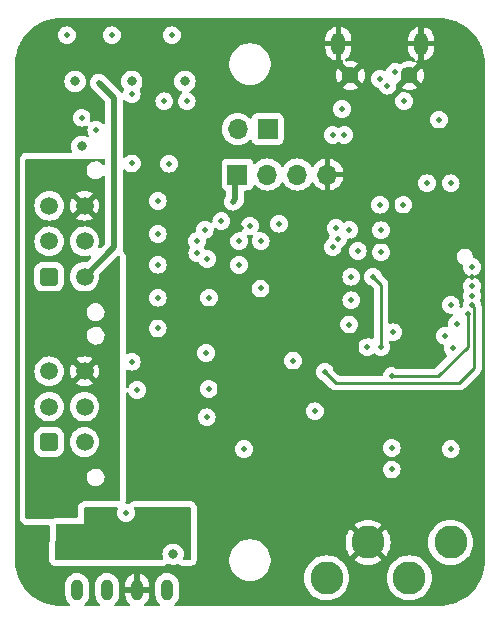
<source format=gbr>
%TF.GenerationSoftware,KiCad,Pcbnew,7.0.2*%
%TF.CreationDate,2023-09-23T11:43:56-05:00*%
%TF.ProjectId,BPS-PeripheralSOM,4250532d-5065-4726-9970-686572616c53,rev?*%
%TF.SameCoordinates,Original*%
%TF.FileFunction,Copper,L2,Inr*%
%TF.FilePolarity,Positive*%
%FSLAX46Y46*%
G04 Gerber Fmt 4.6, Leading zero omitted, Abs format (unit mm)*
G04 Created by KiCad (PCBNEW 7.0.2) date 2023-09-23 11:43:56*
%MOMM*%
%LPD*%
G01*
G04 APERTURE LIST*
G04 Aperture macros list*
%AMRoundRect*
0 Rectangle with rounded corners*
0 $1 Rounding radius*
0 $2 $3 $4 $5 $6 $7 $8 $9 X,Y pos of 4 corners*
0 Add a 4 corners polygon primitive as box body*
4,1,4,$2,$3,$4,$5,$6,$7,$8,$9,$2,$3,0*
0 Add four circle primitives for the rounded corners*
1,1,$1+$1,$2,$3*
1,1,$1+$1,$4,$5*
1,1,$1+$1,$6,$7*
1,1,$1+$1,$8,$9*
0 Add four rect primitives between the rounded corners*
20,1,$1+$1,$2,$3,$4,$5,0*
20,1,$1+$1,$4,$5,$6,$7,0*
20,1,$1+$1,$6,$7,$8,$9,0*
20,1,$1+$1,$8,$9,$2,$3,0*%
G04 Aperture macros list end*
%TA.AperFunction,ComponentPad*%
%ADD10C,2.800000*%
%TD*%
%TA.AperFunction,ComponentPad*%
%ADD11R,1.700000X1.700000*%
%TD*%
%TA.AperFunction,ComponentPad*%
%ADD12O,1.700000X1.700000*%
%TD*%
%TA.AperFunction,ComponentPad*%
%ADD13RoundRect,0.250001X0.499999X-0.499999X0.499999X0.499999X-0.499999X0.499999X-0.499999X-0.499999X0*%
%TD*%
%TA.AperFunction,ComponentPad*%
%ADD14C,1.500000*%
%TD*%
%TA.AperFunction,ComponentPad*%
%ADD15O,1.000000X1.800000*%
%TD*%
%TA.AperFunction,ComponentPad*%
%ADD16O,1.200000X1.900000*%
%TD*%
%TA.AperFunction,ComponentPad*%
%ADD17C,1.450000*%
%TD*%
%TA.AperFunction,ViaPad*%
%ADD18C,0.800000*%
%TD*%
%TA.AperFunction,ViaPad*%
%ADD19C,0.500000*%
%TD*%
%TA.AperFunction,Conductor*%
%ADD20C,0.500000*%
%TD*%
%TA.AperFunction,Conductor*%
%ADD21C,0.250000*%
%TD*%
G04 APERTURE END LIST*
D10*
%TO.N,GNDPWR*%
%TO.C,TP4*%
X137000000Y-84500000D03*
%TD*%
D11*
%TO.N,+3.3V*%
%TO.C,J1*%
X118950000Y-53350000D03*
D12*
%TO.N,/SWCLK*%
X121490000Y-53350000D03*
%TO.N,/SWDIO*%
X124030000Y-53350000D03*
%TO.N,GND*%
X126570000Y-53350000D03*
%TD*%
D11*
%TO.N,/CAN_L*%
%TO.C,JP1*%
X121500000Y-49500000D03*
D12*
%TO.N,/CAN/TERM_H*%
X118960000Y-49500000D03*
%TD*%
D10*
%TO.N,GND*%
%TO.C,TP6*%
X130000000Y-84500000D03*
%TD*%
D13*
%TO.N,GNDPWR*%
%TO.C,J2*%
X103000000Y-62000000D03*
D14*
%TO.N,/CAN_L*%
X103000000Y-59000000D03*
%TO.N,GND1*%
X103000000Y-56000000D03*
%TO.N,/V_CAN_IN*%
X106000000Y-62000000D03*
%TO.N,/CAN_H*%
X106000000Y-59000000D03*
%TO.N,/5V_Ext*%
X106000000Y-56000000D03*
%TD*%
D15*
%TO.N,GNDPWR*%
%TO.C,U2*%
X105380000Y-88500000D03*
%TO.N,Net-(Q1-D)*%
X107920000Y-88500000D03*
%TO.N,GND*%
X110460000Y-88500000D03*
%TO.N,+5V*%
X113000000Y-88500000D03*
%TD*%
D16*
%TO.N,GND*%
%TO.C,J3*%
X134500000Y-42262500D03*
D17*
X133500000Y-44962500D03*
X128500000Y-44962500D03*
D16*
X127500000Y-42262500D03*
%TD*%
D10*
%TO.N,+5V*%
%TO.C,TP5*%
X126500000Y-87500000D03*
%TD*%
%TO.N,Net-(Q1-D)*%
%TO.C,TP3*%
X133500000Y-87500000D03*
%TD*%
D13*
%TO.N,GNDPWR*%
%TO.C,J5*%
X103000000Y-76000000D03*
D14*
%TO.N,/CAN_L*%
X103000000Y-73000000D03*
%TO.N,GND1*%
X103000000Y-70000000D03*
%TO.N,/V_CAN_IN*%
X106000000Y-76000000D03*
%TO.N,/CAN_H*%
X106000000Y-73000000D03*
%TO.N,/5V_Ext*%
X106000000Y-70000000D03*
%TD*%
D18*
%TO.N,+5V*%
X105775000Y-50962500D03*
D19*
X110000000Y-69200000D03*
X137200000Y-68050000D03*
%TO.N,GND*%
X129800000Y-67000000D03*
X135503987Y-65192160D03*
X114665000Y-50962500D03*
X134500000Y-80500000D03*
X135890000Y-51450000D03*
X124620326Y-62829674D03*
X131437500Y-48750000D03*
X119050000Y-63000000D03*
X136500000Y-74000000D03*
X137000000Y-78500000D03*
X112350000Y-72750000D03*
X128500000Y-59000000D03*
X119500000Y-78500000D03*
X138800000Y-62000000D03*
X118500000Y-73850000D03*
X119250000Y-57850500D03*
X121500000Y-80500000D03*
X102500000Y-50962500D03*
%TO.N,+3.3V*%
X118550000Y-55650000D03*
X110450000Y-71600000D03*
X120900000Y-63000000D03*
X133062035Y-47138988D03*
X138800000Y-61200000D03*
X116300000Y-68450000D03*
X137000000Y-64374500D03*
X131000000Y-55912500D03*
X136000000Y-48700000D03*
X116550500Y-63769712D03*
X123649502Y-69100000D03*
X120912500Y-59000000D03*
X107000000Y-49562500D03*
X116350000Y-73900000D03*
X116500000Y-71500000D03*
X127294543Y-57887678D03*
%TO.N,/NRST*%
X119500000Y-76600000D03*
%TO.N,GNDPWR*%
X109500000Y-82000000D03*
%TO.N,/PB4*%
X115543483Y-59981017D03*
%TO.N,/PB5*%
X116400500Y-60500000D03*
%TO.N,/SPI2_MOSI*%
X128400000Y-58049999D03*
%TO.N,/SPI2_NSS*%
X129131233Y-59818767D03*
%TO.N,/SPI2_SCK*%
X131105100Y-59950001D03*
%TO.N,/SPI2_MISO*%
X131100026Y-58079573D03*
%TO.N,/SPI1_SCK*%
X128400000Y-66049999D03*
%TO.N,/SPI1_NSS*%
X129954641Y-67945359D03*
%TO.N,/SPI1_MOSI*%
X131105100Y-67950001D03*
X130412500Y-62000000D03*
%TO.N,/SPI1_MISO*%
X132122872Y-66701627D03*
%TO.N,/5V_Ext*%
X104500000Y-81937500D03*
%TO.N,/PA1*%
X132000000Y-78325000D03*
%TO.N,Net-(D2-A)*%
X112200000Y-66386100D03*
%TO.N,/PB3*%
X115524500Y-59000000D03*
%TO.N,/SWCLK*%
X117587500Y-57300000D03*
%TO.N,/SWDIO*%
X120000000Y-57700000D03*
%TO.N,/I2C1_SCL*%
X119087500Y-59000000D03*
X137500000Y-66000000D03*
%TO.N,/I2C1_SDA*%
X136500000Y-67000000D03*
X119087500Y-61000000D03*
%TO.N,/I2C2_SCL*%
X138800000Y-63600000D03*
X127000000Y-59500000D03*
%TO.N,/CAN/RSlope*%
X113395000Y-41562500D03*
%TO.N,Net-(U1-PA5)*%
X128587500Y-64000000D03*
%TO.N,Net-(U1-PA7)*%
X128587500Y-62000000D03*
%TO.N,/USART1_TX*%
X128000000Y-50000000D03*
%TO.N,/USART1_RX*%
X127000000Y-50000000D03*
%TO.N,/SILENT*%
X110003246Y-52418246D03*
X113149431Y-52425500D03*
%TO.N,GNDA*%
X132000000Y-70425500D03*
X138429500Y-65200000D03*
X125500000Y-73400000D03*
%TO.N,VDDA*%
X126337500Y-70062500D03*
X138800000Y-64400000D03*
%TO.N,/PowerDist/5V_Ferrite*%
X104500000Y-84062500D03*
X106500000Y-82000000D03*
X111500000Y-84550000D03*
%TO.N,/V_CAN_IN*%
X108315000Y-41562500D03*
X107200000Y-45575000D03*
D18*
%TO.N,GND1*%
X110000000Y-45462500D03*
X114500000Y-45462500D03*
D19*
%TO.N,/CAN/V_ISO_Out*%
X104505000Y-41562500D03*
%TO.N,/CAN/GND_ISO_Out*%
X105746375Y-48538876D03*
D18*
X105200000Y-45462500D03*
D19*
%TO.N,/CAN_H*%
X112750000Y-47162500D03*
X109998882Y-46533203D03*
%TO.N,/CAN_L*%
X114650000Y-47162500D03*
%TO.N,/PA15*%
X116168500Y-58031500D03*
%TO.N,Net-(J3-VBUS)*%
X132300000Y-44677575D03*
%TO.N,Net-(J3-D-)*%
X127800000Y-47800000D03*
X131650000Y-45837500D03*
%TO.N,Net-(J3-D+)*%
X131000000Y-45252075D03*
%TO.N,Net-(D14-A)*%
X112200000Y-58386100D03*
%TO.N,Net-(D13-A)*%
X112200000Y-60986100D03*
%TO.N,Net-(D12-A)*%
X112200000Y-63786100D03*
%TO.N,Net-(C5-Pad1)*%
X132000000Y-76500000D03*
X137000000Y-76600000D03*
%TO.N,Net-(D4-A)*%
X112200000Y-55586100D03*
D18*
%TO.N,Net-(Q1-D)*%
X113500000Y-85500000D03*
D19*
%TO.N,/PA8*%
X122465423Y-57513610D03*
%TO.N,Net-(IC1-1GATE)*%
X133000000Y-55900000D03*
%TO.N,/I2C2_SDA*%
X127448848Y-58800497D03*
X138800000Y-62800000D03*
%TO.N,Net-(IC1-2DRAIN_1)*%
X137000000Y-54100000D03*
%TO.N,Net-(IC1-1DRAIN_1)*%
X135000000Y-54087500D03*
%TD*%
D20*
%TO.N,+3.3V*%
X118550000Y-55650000D02*
X118762750Y-55437250D01*
X118762750Y-55437250D02*
X118762750Y-53537250D01*
D21*
X118762750Y-53537250D02*
X118950000Y-53350000D01*
%TO.N,/SPI1_MOSI*%
X130412500Y-62000000D02*
X131105100Y-62692600D01*
X131105100Y-62692600D02*
X131105100Y-67950001D01*
%TO.N,GNDA*%
X132000000Y-70425500D02*
X135937472Y-70425500D01*
X135937472Y-70425500D02*
X138429500Y-67933472D01*
X138429500Y-67933472D02*
X138429500Y-65200000D01*
%TO.N,VDDA*%
X127275500Y-71000500D02*
X137724500Y-71000500D01*
X139004500Y-64604500D02*
X138800000Y-64400000D01*
X137724500Y-71000500D02*
X139004500Y-69720500D01*
X126337500Y-70062500D02*
X127275500Y-71000500D01*
X139004500Y-69720500D02*
X139004500Y-64604500D01*
D20*
%TO.N,/V_CAN_IN*%
X108500000Y-59500000D02*
X108500000Y-46875000D01*
X106000000Y-62000000D02*
X108500000Y-59500000D01*
X108500000Y-46875000D02*
X107200000Y-45575000D01*
%TD*%
%TA.AperFunction,Conductor*%
%TO.N,/5V_Ext*%
G36*
X106934484Y-52019685D02*
G01*
X106960386Y-52049577D01*
X106980770Y-52023374D01*
X107046675Y-52000173D01*
X107053230Y-52000000D01*
X107625500Y-52000000D01*
X107692539Y-52019685D01*
X107738294Y-52072489D01*
X107749500Y-52124000D01*
X107749500Y-52449654D01*
X107729815Y-52516693D01*
X107677011Y-52562448D01*
X107607853Y-52572392D01*
X107544297Y-52543367D01*
X107526037Y-52523702D01*
X107492538Y-52478705D01*
X107357429Y-52365334D01*
X107199807Y-52286174D01*
X107024633Y-52244657D01*
X106963940Y-52210043D01*
X106961276Y-52204943D01*
X106961158Y-52205203D01*
X106902380Y-52242977D01*
X106881842Y-52247161D01*
X106844286Y-52251551D01*
X106764813Y-52260840D01*
X106599074Y-52321164D01*
X106451715Y-52418084D01*
X106330676Y-52546377D01*
X106242491Y-52699120D01*
X106191905Y-52868092D01*
X106181648Y-53044168D01*
X106197120Y-53131909D01*
X106212277Y-53217866D01*
X106248084Y-53300876D01*
X106282136Y-53379818D01*
X106387461Y-53521294D01*
X106522570Y-53634665D01*
X106522571Y-53634665D01*
X106522573Y-53634667D01*
X106680189Y-53713824D01*
X106680190Y-53713824D01*
X106680192Y-53713825D01*
X106851810Y-53754500D01*
X106851812Y-53754500D01*
X106980342Y-53754500D01*
X106983941Y-53754500D01*
X107115184Y-53739160D01*
X107280924Y-53678836D01*
X107428285Y-53581915D01*
X107527826Y-53476408D01*
X107535306Y-53468480D01*
X107595629Y-53433226D01*
X107665436Y-53436181D01*
X107722564Y-53476408D01*
X107748874Y-53541135D01*
X107749500Y-53553574D01*
X107749499Y-59137769D01*
X107729814Y-59204808D01*
X107713180Y-59225450D01*
X107386117Y-59552514D01*
X107324794Y-59585999D01*
X107255103Y-59581015D01*
X107199169Y-59539144D01*
X107174752Y-59473679D01*
X107178661Y-59432739D01*
X107179573Y-59429332D01*
X107179575Y-59429330D01*
X107236207Y-59217977D01*
X107255277Y-59000000D01*
X107236207Y-58782023D01*
X107179575Y-58570670D01*
X107087102Y-58372362D01*
X106961598Y-58193123D01*
X106806877Y-58038402D01*
X106627639Y-57912898D01*
X106536205Y-57870261D01*
X106429331Y-57820425D01*
X106217974Y-57763792D01*
X106000000Y-57744722D01*
X105782025Y-57763792D01*
X105570668Y-57820425D01*
X105372361Y-57912898D01*
X105193122Y-58038402D01*
X105038402Y-58193122D01*
X104912898Y-58372361D01*
X104820425Y-58570668D01*
X104763792Y-58782025D01*
X104744722Y-59000000D01*
X104763792Y-59217974D01*
X104820425Y-59429331D01*
X104841105Y-59473679D01*
X104912898Y-59627639D01*
X105038402Y-59806877D01*
X105193123Y-59961598D01*
X105372361Y-60087102D01*
X105570670Y-60179575D01*
X105782023Y-60236207D01*
X106000000Y-60255277D01*
X106217977Y-60236207D01*
X106429330Y-60179575D01*
X106429334Y-60179573D01*
X106432738Y-60178661D01*
X106502588Y-60180324D01*
X106560450Y-60219486D01*
X106587955Y-60283714D01*
X106576369Y-60352617D01*
X106552513Y-60386117D01*
X106219195Y-60719435D01*
X106157872Y-60752920D01*
X106120708Y-60755282D01*
X106000000Y-60744722D01*
X105782025Y-60763792D01*
X105570668Y-60820425D01*
X105372361Y-60912898D01*
X105193122Y-61038402D01*
X105038402Y-61193122D01*
X104912898Y-61372361D01*
X104820425Y-61570668D01*
X104763792Y-61782025D01*
X104744722Y-62000000D01*
X104763792Y-62217974D01*
X104763793Y-62217977D01*
X104820425Y-62429330D01*
X104912898Y-62627639D01*
X105038402Y-62806877D01*
X105193123Y-62961598D01*
X105372361Y-63087102D01*
X105570670Y-63179575D01*
X105782023Y-63236207D01*
X106000000Y-63255277D01*
X106217977Y-63236207D01*
X106429330Y-63179575D01*
X106627639Y-63087102D01*
X106806877Y-62961598D01*
X106961598Y-62806877D01*
X107087102Y-62627639D01*
X107179575Y-62429330D01*
X107236207Y-62217977D01*
X107255277Y-62000000D01*
X107244716Y-61879290D01*
X107258482Y-61810792D01*
X107280560Y-61780806D01*
X108788319Y-60273048D01*
X108849642Y-60239563D01*
X108919334Y-60244547D01*
X108975267Y-60286419D01*
X108999684Y-60351883D01*
X109000000Y-60360729D01*
X109000000Y-80894370D01*
X108980315Y-80961409D01*
X108927511Y-81007164D01*
X108858353Y-81017108D01*
X108852115Y-81016048D01*
X108849181Y-81015472D01*
X108847496Y-81014977D01*
X108847492Y-81014976D01*
X108844369Y-81014527D01*
X108844359Y-81014525D01*
X108705076Y-80994500D01*
X106074000Y-80994500D01*
X106070706Y-80994854D01*
X106070690Y-80994855D01*
X105969854Y-81005697D01*
X105969851Y-81005697D01*
X105966544Y-81006053D01*
X105963309Y-81006756D01*
X105963295Y-81006759D01*
X105918277Y-81016553D01*
X105918272Y-81016554D01*
X105915033Y-81017259D01*
X105911893Y-81018303D01*
X105911875Y-81018309D01*
X105812496Y-81051385D01*
X105691458Y-81129173D01*
X105638652Y-81174931D01*
X105544432Y-81283664D01*
X105484662Y-81414539D01*
X105465474Y-81479886D01*
X105464977Y-81481580D01*
X105464976Y-81481584D01*
X105464527Y-81484706D01*
X105464524Y-81484722D01*
X105444500Y-81624000D01*
X105444500Y-82270500D01*
X105424815Y-82337539D01*
X105372011Y-82383294D01*
X105320500Y-82394500D01*
X103672016Y-82394500D01*
X103668862Y-82394826D01*
X103668847Y-82394827D01*
X103571719Y-82404874D01*
X103571702Y-82404876D01*
X103568547Y-82405203D01*
X103565438Y-82405853D01*
X103565426Y-82405855D01*
X103521983Y-82414939D01*
X103521961Y-82414944D01*
X103518861Y-82415593D01*
X103515827Y-82416561D01*
X103515820Y-82416564D01*
X103419782Y-82447242D01*
X103364727Y-82481383D01*
X103299378Y-82500000D01*
X101124000Y-82500000D01*
X101056961Y-82480315D01*
X101011206Y-82427511D01*
X101000000Y-82376000D01*
X101000000Y-79044168D01*
X106181648Y-79044168D01*
X106197120Y-79131907D01*
X106212277Y-79217866D01*
X106282135Y-79379818D01*
X106282136Y-79379818D01*
X106387461Y-79521294D01*
X106522570Y-79634665D01*
X106522571Y-79634665D01*
X106522573Y-79634667D01*
X106680189Y-79713824D01*
X106680190Y-79713824D01*
X106680192Y-79713825D01*
X106851810Y-79754500D01*
X106851812Y-79754500D01*
X106980342Y-79754500D01*
X106983941Y-79754500D01*
X107115184Y-79739160D01*
X107280924Y-79678836D01*
X107428285Y-79581915D01*
X107549322Y-79453623D01*
X107637510Y-79300876D01*
X107688095Y-79131909D01*
X107698351Y-78955831D01*
X107667723Y-78782134D01*
X107597864Y-78620182D01*
X107492539Y-78478706D01*
X107492538Y-78478705D01*
X107357429Y-78365334D01*
X107199807Y-78286174D01*
X107028190Y-78245500D01*
X107028188Y-78245500D01*
X106896059Y-78245500D01*
X106892492Y-78245916D01*
X106892490Y-78245917D01*
X106764813Y-78260840D01*
X106599074Y-78321164D01*
X106451715Y-78418084D01*
X106330676Y-78546377D01*
X106242491Y-78699120D01*
X106191905Y-78868092D01*
X106181648Y-79044168D01*
X101000000Y-79044168D01*
X101000000Y-76550008D01*
X101749500Y-76550008D01*
X101749818Y-76553121D01*
X101749819Y-76553140D01*
X101760000Y-76652797D01*
X101815186Y-76819336D01*
X101907288Y-76968655D01*
X102031344Y-77092711D01*
X102180663Y-77184813D01*
X102347202Y-77239999D01*
X102446859Y-77250180D01*
X102446860Y-77250180D01*
X102449992Y-77250500D01*
X102453141Y-77250500D01*
X103546859Y-77250500D01*
X103550008Y-77250500D01*
X103652797Y-77239999D01*
X103819334Y-77184814D01*
X103827830Y-77179574D01*
X103968655Y-77092711D01*
X104092711Y-76968655D01*
X104184813Y-76819336D01*
X104239999Y-76652797D01*
X104250180Y-76553140D01*
X104250179Y-76553140D01*
X104250500Y-76550008D01*
X104250500Y-76000000D01*
X104744722Y-76000000D01*
X104763792Y-76217974D01*
X104763793Y-76217977D01*
X104820425Y-76429330D01*
X104912898Y-76627639D01*
X105038402Y-76806877D01*
X105193123Y-76961598D01*
X105372361Y-77087102D01*
X105570670Y-77179575D01*
X105782023Y-77236207D01*
X105927341Y-77248920D01*
X105999999Y-77255277D01*
X105999999Y-77255276D01*
X106000000Y-77255277D01*
X106217977Y-77236207D01*
X106429330Y-77179575D01*
X106627639Y-77087102D01*
X106806877Y-76961598D01*
X106961598Y-76806877D01*
X107087102Y-76627639D01*
X107179575Y-76429330D01*
X107236207Y-76217977D01*
X107255277Y-76000000D01*
X107236207Y-75782023D01*
X107179575Y-75570670D01*
X107087102Y-75372362D01*
X106961598Y-75193123D01*
X106806877Y-75038402D01*
X106627639Y-74912898D01*
X106536205Y-74870261D01*
X106429331Y-74820425D01*
X106217974Y-74763792D01*
X106000000Y-74744722D01*
X105782025Y-74763792D01*
X105570668Y-74820425D01*
X105372361Y-74912898D01*
X105193122Y-75038402D01*
X105038402Y-75193122D01*
X104912898Y-75372361D01*
X104820425Y-75570668D01*
X104763792Y-75782025D01*
X104744722Y-76000000D01*
X104250500Y-76000000D01*
X104250500Y-75449992D01*
X104239999Y-75347203D01*
X104184814Y-75180666D01*
X104184813Y-75180665D01*
X104184813Y-75180663D01*
X104092711Y-75031344D01*
X103968655Y-74907288D01*
X103819336Y-74815186D01*
X103652797Y-74760000D01*
X103553140Y-74749819D01*
X103553121Y-74749818D01*
X103550008Y-74749500D01*
X102449992Y-74749500D01*
X102446879Y-74749817D01*
X102446859Y-74749819D01*
X102347202Y-74760000D01*
X102180663Y-74815186D01*
X102031344Y-74907288D01*
X101907288Y-75031344D01*
X101815186Y-75180663D01*
X101760000Y-75347202D01*
X101749819Y-75446859D01*
X101749817Y-75446879D01*
X101749500Y-75449992D01*
X101749500Y-76550008D01*
X101000000Y-76550008D01*
X101000000Y-73000000D01*
X101744722Y-73000000D01*
X101763792Y-73217974D01*
X101763793Y-73217977D01*
X101820425Y-73429330D01*
X101912898Y-73627639D01*
X102038402Y-73806877D01*
X102193123Y-73961598D01*
X102372361Y-74087102D01*
X102570670Y-74179575D01*
X102782023Y-74236207D01*
X103000000Y-74255277D01*
X103217977Y-74236207D01*
X103429330Y-74179575D01*
X103627639Y-74087102D01*
X103806877Y-73961598D01*
X103961598Y-73806877D01*
X104087102Y-73627639D01*
X104179575Y-73429330D01*
X104236207Y-73217977D01*
X104255277Y-73000000D01*
X104744722Y-73000000D01*
X104763792Y-73217974D01*
X104763793Y-73217977D01*
X104820425Y-73429330D01*
X104912898Y-73627639D01*
X105038402Y-73806877D01*
X105193123Y-73961598D01*
X105372361Y-74087102D01*
X105570670Y-74179575D01*
X105782023Y-74236207D01*
X105927341Y-74248920D01*
X105999999Y-74255277D01*
X105999999Y-74255276D01*
X106000000Y-74255277D01*
X106217977Y-74236207D01*
X106429330Y-74179575D01*
X106627639Y-74087102D01*
X106806877Y-73961598D01*
X106961598Y-73806877D01*
X107087102Y-73627639D01*
X107179575Y-73429330D01*
X107236207Y-73217977D01*
X107255277Y-73000000D01*
X107236207Y-72782023D01*
X107179575Y-72570670D01*
X107087102Y-72372362D01*
X106961598Y-72193123D01*
X106806877Y-72038402D01*
X106627639Y-71912898D01*
X106536205Y-71870261D01*
X106429331Y-71820425D01*
X106217974Y-71763792D01*
X106000000Y-71744722D01*
X105782025Y-71763792D01*
X105570668Y-71820425D01*
X105372361Y-71912898D01*
X105193122Y-72038402D01*
X105038402Y-72193122D01*
X104912898Y-72372361D01*
X104820425Y-72570668D01*
X104763792Y-72782025D01*
X104744722Y-73000000D01*
X104255277Y-73000000D01*
X104236207Y-72782023D01*
X104179575Y-72570670D01*
X104087102Y-72372362D01*
X103961598Y-72193123D01*
X103806877Y-72038402D01*
X103627639Y-71912898D01*
X103536205Y-71870261D01*
X103429331Y-71820425D01*
X103217974Y-71763792D01*
X103000000Y-71744722D01*
X102782025Y-71763792D01*
X102570668Y-71820425D01*
X102372361Y-71912898D01*
X102193122Y-72038402D01*
X102038402Y-72193122D01*
X101912898Y-72372361D01*
X101820425Y-72570668D01*
X101763792Y-72782025D01*
X101744722Y-73000000D01*
X101000000Y-73000000D01*
X101000000Y-70000000D01*
X101744722Y-70000000D01*
X101763792Y-70217974D01*
X101820379Y-70429161D01*
X101820425Y-70429330D01*
X101912898Y-70627639D01*
X102038402Y-70806877D01*
X102193123Y-70961598D01*
X102372361Y-71087102D01*
X102570670Y-71179575D01*
X102782023Y-71236207D01*
X103000000Y-71255277D01*
X103217977Y-71236207D01*
X103429330Y-71179575D01*
X103627639Y-71087102D01*
X103806877Y-70961598D01*
X103961598Y-70806877D01*
X104087102Y-70627639D01*
X104179575Y-70429330D01*
X104236207Y-70217977D01*
X104255277Y-70000000D01*
X104745224Y-70000000D01*
X104764287Y-70217886D01*
X104820898Y-70429161D01*
X104913331Y-70627386D01*
X104956873Y-70689571D01*
X104956875Y-70689572D01*
X105516923Y-70129523D01*
X105540507Y-70209844D01*
X105618239Y-70330798D01*
X105726900Y-70424952D01*
X105857685Y-70484680D01*
X105867466Y-70486086D01*
X105310426Y-71043124D01*
X105310427Y-71043125D01*
X105372610Y-71086666D01*
X105570840Y-71179102D01*
X105782113Y-71235712D01*
X106000000Y-71254775D01*
X106217886Y-71235712D01*
X106429159Y-71179102D01*
X106627385Y-71086667D01*
X106689572Y-71043124D01*
X106132534Y-70486086D01*
X106142315Y-70484680D01*
X106273100Y-70424952D01*
X106381761Y-70330798D01*
X106459493Y-70209844D01*
X106483076Y-70129524D01*
X107043124Y-70689572D01*
X107086667Y-70627385D01*
X107179102Y-70429159D01*
X107235712Y-70217886D01*
X107254775Y-70000000D01*
X107235712Y-69782113D01*
X107179102Y-69570840D01*
X107086667Y-69372615D01*
X107043123Y-69310428D01*
X106483076Y-69870475D01*
X106459493Y-69790156D01*
X106381761Y-69669202D01*
X106273100Y-69575048D01*
X106142315Y-69515320D01*
X106132534Y-69513913D01*
X106689572Y-68956875D01*
X106689571Y-68956873D01*
X106627386Y-68913331D01*
X106429161Y-68820898D01*
X106217886Y-68764287D01*
X106000000Y-68745224D01*
X105782113Y-68764287D01*
X105570840Y-68820897D01*
X105372611Y-68913333D01*
X105310428Y-68956874D01*
X105310427Y-68956875D01*
X105867466Y-69513913D01*
X105857685Y-69515320D01*
X105726900Y-69575048D01*
X105618239Y-69669202D01*
X105540507Y-69790156D01*
X105516923Y-69870475D01*
X104956875Y-69310427D01*
X104956874Y-69310428D01*
X104913333Y-69372611D01*
X104820897Y-69570840D01*
X104764287Y-69782113D01*
X104745224Y-70000000D01*
X104255277Y-70000000D01*
X104236207Y-69782023D01*
X104179575Y-69570670D01*
X104087102Y-69372362D01*
X103961598Y-69193123D01*
X103806877Y-69038402D01*
X103627639Y-68912898D01*
X103536205Y-68870261D01*
X103429331Y-68820425D01*
X103217974Y-68763792D01*
X103000000Y-68744722D01*
X102782025Y-68763792D01*
X102570668Y-68820425D01*
X102372361Y-68912898D01*
X102193122Y-69038402D01*
X102038402Y-69193122D01*
X101912898Y-69372361D01*
X101820425Y-69570668D01*
X101763792Y-69782025D01*
X101744722Y-70000000D01*
X101000000Y-70000000D01*
X101000000Y-67044168D01*
X106181648Y-67044168D01*
X106197120Y-67131907D01*
X106212277Y-67217866D01*
X106282135Y-67379818D01*
X106282136Y-67379818D01*
X106387461Y-67521294D01*
X106522570Y-67634665D01*
X106522571Y-67634665D01*
X106522573Y-67634667D01*
X106680189Y-67713824D01*
X106680190Y-67713824D01*
X106680192Y-67713825D01*
X106851810Y-67754500D01*
X106851812Y-67754500D01*
X106980342Y-67754500D01*
X106983941Y-67754500D01*
X107115184Y-67739160D01*
X107280924Y-67678836D01*
X107428285Y-67581915D01*
X107549322Y-67453623D01*
X107637510Y-67300876D01*
X107688095Y-67131909D01*
X107698351Y-66955831D01*
X107667723Y-66782134D01*
X107597864Y-66620182D01*
X107492539Y-66478706D01*
X107492538Y-66478705D01*
X107357429Y-66365334D01*
X107199807Y-66286174D01*
X107028190Y-66245500D01*
X107028188Y-66245500D01*
X106896059Y-66245500D01*
X106892492Y-66245916D01*
X106892490Y-66245917D01*
X106764813Y-66260840D01*
X106599074Y-66321164D01*
X106451715Y-66418084D01*
X106330676Y-66546377D01*
X106242491Y-66699120D01*
X106191905Y-66868092D01*
X106181648Y-67044168D01*
X101000000Y-67044168D01*
X101000000Y-65044168D01*
X106181648Y-65044168D01*
X106197120Y-65131907D01*
X106212277Y-65217866D01*
X106282135Y-65379818D01*
X106282136Y-65379818D01*
X106387461Y-65521294D01*
X106522570Y-65634665D01*
X106522571Y-65634665D01*
X106522573Y-65634667D01*
X106680189Y-65713824D01*
X106680190Y-65713824D01*
X106680192Y-65713825D01*
X106851810Y-65754500D01*
X106851812Y-65754500D01*
X106980342Y-65754500D01*
X106983941Y-65754500D01*
X107115184Y-65739160D01*
X107280924Y-65678836D01*
X107428285Y-65581915D01*
X107549322Y-65453623D01*
X107637510Y-65300876D01*
X107688095Y-65131909D01*
X107698351Y-64955831D01*
X107667723Y-64782134D01*
X107597864Y-64620182D01*
X107492539Y-64478706D01*
X107492538Y-64478705D01*
X107357429Y-64365334D01*
X107199807Y-64286174D01*
X107028190Y-64245500D01*
X107028188Y-64245500D01*
X106896059Y-64245500D01*
X106892492Y-64245916D01*
X106892490Y-64245917D01*
X106764813Y-64260840D01*
X106599074Y-64321164D01*
X106451715Y-64418084D01*
X106330676Y-64546377D01*
X106242491Y-64699120D01*
X106191905Y-64868092D01*
X106181648Y-65044168D01*
X101000000Y-65044168D01*
X101000000Y-62550008D01*
X101749500Y-62550008D01*
X101749818Y-62553121D01*
X101749819Y-62553140D01*
X101760000Y-62652797D01*
X101815186Y-62819336D01*
X101907288Y-62968655D01*
X102031344Y-63092711D01*
X102180663Y-63184813D01*
X102347202Y-63239999D01*
X102446859Y-63250180D01*
X102446860Y-63250180D01*
X102449992Y-63250500D01*
X102453141Y-63250500D01*
X103546859Y-63250500D01*
X103550008Y-63250500D01*
X103652797Y-63239999D01*
X103819334Y-63184814D01*
X103827830Y-63179574D01*
X103968655Y-63092711D01*
X104092711Y-62968655D01*
X104184813Y-62819336D01*
X104239999Y-62652797D01*
X104250180Y-62553140D01*
X104250179Y-62553140D01*
X104250500Y-62550008D01*
X104250500Y-61449992D01*
X104239999Y-61347203D01*
X104184814Y-61180666D01*
X104184813Y-61180665D01*
X104184813Y-61180663D01*
X104092711Y-61031344D01*
X103968655Y-60907288D01*
X103819336Y-60815186D01*
X103652797Y-60760000D01*
X103553140Y-60749819D01*
X103553121Y-60749818D01*
X103550008Y-60749500D01*
X102449992Y-60749500D01*
X102446879Y-60749817D01*
X102446859Y-60749819D01*
X102347202Y-60760000D01*
X102180663Y-60815186D01*
X102031344Y-60907288D01*
X101907288Y-61031344D01*
X101815186Y-61180663D01*
X101760000Y-61347202D01*
X101749819Y-61446859D01*
X101749817Y-61446879D01*
X101749500Y-61449992D01*
X101749500Y-62550008D01*
X101000000Y-62550008D01*
X101000000Y-59000000D01*
X101744722Y-59000000D01*
X101763792Y-59217974D01*
X101820425Y-59429331D01*
X101841105Y-59473679D01*
X101912898Y-59627639D01*
X102038402Y-59806877D01*
X102193123Y-59961598D01*
X102372361Y-60087102D01*
X102570670Y-60179575D01*
X102782023Y-60236207D01*
X103000000Y-60255277D01*
X103217977Y-60236207D01*
X103429330Y-60179575D01*
X103627639Y-60087102D01*
X103806877Y-59961598D01*
X103961598Y-59806877D01*
X104087102Y-59627639D01*
X104179575Y-59429330D01*
X104236207Y-59217977D01*
X104255277Y-59000000D01*
X104236207Y-58782023D01*
X104179575Y-58570670D01*
X104087102Y-58372362D01*
X103961598Y-58193123D01*
X103806877Y-58038402D01*
X103627639Y-57912898D01*
X103536205Y-57870261D01*
X103429331Y-57820425D01*
X103217974Y-57763792D01*
X103000000Y-57744722D01*
X102782025Y-57763792D01*
X102570668Y-57820425D01*
X102372361Y-57912898D01*
X102193122Y-58038402D01*
X102038402Y-58193122D01*
X101912898Y-58372361D01*
X101820425Y-58570668D01*
X101763792Y-58782025D01*
X101744722Y-59000000D01*
X101000000Y-59000000D01*
X101000000Y-56000000D01*
X101744722Y-56000000D01*
X101763792Y-56217974D01*
X101820379Y-56429161D01*
X101820425Y-56429330D01*
X101912898Y-56627639D01*
X102038402Y-56806877D01*
X102193123Y-56961598D01*
X102372361Y-57087102D01*
X102570670Y-57179575D01*
X102782023Y-57236207D01*
X103000000Y-57255277D01*
X103217977Y-57236207D01*
X103429330Y-57179575D01*
X103627639Y-57087102D01*
X103806877Y-56961598D01*
X103961598Y-56806877D01*
X104087102Y-56627639D01*
X104179575Y-56429330D01*
X104236207Y-56217977D01*
X104255277Y-56000000D01*
X104745224Y-56000000D01*
X104764287Y-56217886D01*
X104820898Y-56429161D01*
X104913331Y-56627386D01*
X104956873Y-56689571D01*
X104956875Y-56689572D01*
X105516923Y-56129523D01*
X105540507Y-56209844D01*
X105618239Y-56330798D01*
X105726900Y-56424952D01*
X105857685Y-56484680D01*
X105867466Y-56486086D01*
X105310426Y-57043124D01*
X105310427Y-57043125D01*
X105372610Y-57086666D01*
X105570840Y-57179102D01*
X105782113Y-57235712D01*
X106000000Y-57254775D01*
X106217886Y-57235712D01*
X106429159Y-57179102D01*
X106627385Y-57086667D01*
X106689572Y-57043124D01*
X106132534Y-56486086D01*
X106142315Y-56484680D01*
X106273100Y-56424952D01*
X106381761Y-56330798D01*
X106459493Y-56209844D01*
X106483076Y-56129524D01*
X107043124Y-56689572D01*
X107086667Y-56627385D01*
X107179102Y-56429159D01*
X107235712Y-56217886D01*
X107254775Y-56000000D01*
X107235712Y-55782113D01*
X107179102Y-55570840D01*
X107086667Y-55372615D01*
X107043123Y-55310428D01*
X106483076Y-55870475D01*
X106459493Y-55790156D01*
X106381761Y-55669202D01*
X106273100Y-55575048D01*
X106142315Y-55515320D01*
X106132533Y-55513913D01*
X106689572Y-54956874D01*
X106689571Y-54956873D01*
X106627386Y-54913331D01*
X106429161Y-54820898D01*
X106217886Y-54764287D01*
X106000000Y-54745224D01*
X105782113Y-54764287D01*
X105570840Y-54820897D01*
X105372611Y-54913333D01*
X105310428Y-54956874D01*
X105310427Y-54956875D01*
X105867467Y-55513913D01*
X105857685Y-55515320D01*
X105726900Y-55575048D01*
X105618239Y-55669202D01*
X105540507Y-55790156D01*
X105516923Y-55870475D01*
X104956875Y-55310427D01*
X104956874Y-55310428D01*
X104913333Y-55372611D01*
X104820897Y-55570840D01*
X104764287Y-55782113D01*
X104745224Y-56000000D01*
X104255277Y-56000000D01*
X104236207Y-55782023D01*
X104179575Y-55570670D01*
X104087102Y-55372362D01*
X103961598Y-55193123D01*
X103806877Y-55038402D01*
X103627639Y-54912898D01*
X103536205Y-54870261D01*
X103429331Y-54820425D01*
X103217974Y-54763792D01*
X103000000Y-54744722D01*
X102782025Y-54763792D01*
X102570668Y-54820425D01*
X102372361Y-54912898D01*
X102193122Y-55038402D01*
X102038402Y-55193122D01*
X101912898Y-55372361D01*
X101820425Y-55570668D01*
X101763792Y-55782025D01*
X101744722Y-56000000D01*
X101000000Y-56000000D01*
X101000000Y-52124000D01*
X101019685Y-52056961D01*
X101072489Y-52011206D01*
X101124000Y-52000000D01*
X106867445Y-52000000D01*
X106934484Y-52019685D01*
G37*
%TD.AperFunction*%
%TD*%
%TA.AperFunction,Conductor*%
%TO.N,/PowerDist/5V_Ferrite*%
G36*
X108772115Y-81519685D02*
G01*
X108817870Y-81572489D01*
X108827814Y-81641647D01*
X108822118Y-81664954D01*
X108763686Y-81831943D01*
X108744750Y-82000000D01*
X108763686Y-82168056D01*
X108763686Y-82168058D01*
X108763687Y-82168059D01*
X108819544Y-82327690D01*
X108909523Y-82470890D01*
X109029110Y-82590477D01*
X109172310Y-82680456D01*
X109331941Y-82736313D01*
X109500000Y-82755249D01*
X109668059Y-82736313D01*
X109827690Y-82680456D01*
X109970890Y-82590477D01*
X110090477Y-82470890D01*
X110180456Y-82327690D01*
X110236313Y-82168059D01*
X110255249Y-82000000D01*
X110236313Y-81831941D01*
X110180456Y-81672310D01*
X110180455Y-81672309D01*
X110177882Y-81664954D01*
X110174321Y-81595175D01*
X110209050Y-81534548D01*
X110271043Y-81502321D01*
X110294924Y-81500000D01*
X114876000Y-81500000D01*
X114943039Y-81519685D01*
X114988794Y-81572489D01*
X115000000Y-81624000D01*
X115000000Y-85876000D01*
X114980315Y-85943039D01*
X114927511Y-85988794D01*
X114876000Y-86000000D01*
X114455053Y-86000000D01*
X114388014Y-85980315D01*
X114342259Y-85927511D01*
X114332315Y-85858353D01*
X114337122Y-85837682D01*
X114385674Y-85688256D01*
X114405460Y-85500000D01*
X114385674Y-85311744D01*
X114327179Y-85131716D01*
X114327179Y-85131715D01*
X114232533Y-84967783D01*
X114105870Y-84827110D01*
X113952730Y-84715848D01*
X113779802Y-84638855D01*
X113594648Y-84599500D01*
X113594646Y-84599500D01*
X113405354Y-84599500D01*
X113405352Y-84599500D01*
X113220197Y-84638855D01*
X113047269Y-84715848D01*
X112894129Y-84827110D01*
X112767466Y-84967783D01*
X112672820Y-85131715D01*
X112614326Y-85311742D01*
X112594540Y-85500000D01*
X112614326Y-85688257D01*
X112662878Y-85837682D01*
X112664873Y-85907523D01*
X112628793Y-85967356D01*
X112566092Y-85998184D01*
X112544947Y-86000000D01*
X103626016Y-86000000D01*
X103558977Y-85980315D01*
X103513222Y-85927511D01*
X103502032Y-85874000D01*
X103502285Y-85858353D01*
X103548032Y-83021999D01*
X103568795Y-82955287D01*
X103622330Y-82910390D01*
X103672016Y-82900000D01*
X105949999Y-82900000D01*
X105950000Y-82900000D01*
X105950000Y-81624000D01*
X105969685Y-81556961D01*
X106022489Y-81511206D01*
X106074000Y-81500000D01*
X108705076Y-81500000D01*
X108772115Y-81519685D01*
G37*
%TD.AperFunction*%
%TD*%
%TA.AperFunction,Conductor*%
%TO.N,GND*%
G36*
X136002855Y-40100632D02*
G01*
X136354083Y-40116870D01*
X136365473Y-40117926D01*
X136710864Y-40166105D01*
X136722107Y-40168207D01*
X137061578Y-40248050D01*
X137072568Y-40251177D01*
X137403244Y-40362009D01*
X137413898Y-40366137D01*
X137732922Y-40506999D01*
X137743149Y-40512091D01*
X137925184Y-40613484D01*
X138047809Y-40681786D01*
X138057547Y-40687815D01*
X138320976Y-40868268D01*
X138345249Y-40884895D01*
X138354386Y-40891796D01*
X138595013Y-41091610D01*
X138622665Y-41114572D01*
X138631129Y-41122288D01*
X138877711Y-41368870D01*
X138885427Y-41377334D01*
X139108201Y-41645610D01*
X139115104Y-41654750D01*
X139312184Y-41942452D01*
X139318213Y-41952190D01*
X139363442Y-42033391D01*
X139481682Y-42245673D01*
X139487901Y-42256837D01*
X139493006Y-42267090D01*
X139633857Y-42586088D01*
X139637995Y-42596768D01*
X139748818Y-42927418D01*
X139751952Y-42938434D01*
X139831790Y-43277884D01*
X139833895Y-43289143D01*
X139882072Y-43634519D01*
X139883129Y-43645923D01*
X139899368Y-43997143D01*
X139899500Y-44002870D01*
X139899500Y-85997128D01*
X139899368Y-86002855D01*
X139883129Y-86354076D01*
X139882072Y-86365480D01*
X139833895Y-86710856D01*
X139831790Y-86722115D01*
X139751952Y-87061565D01*
X139748818Y-87072581D01*
X139637995Y-87403231D01*
X139633857Y-87413911D01*
X139493006Y-87732909D01*
X139487901Y-87743162D01*
X139318213Y-88047809D01*
X139312184Y-88057547D01*
X139115104Y-88345249D01*
X139108201Y-88354389D01*
X138885427Y-88622665D01*
X138877711Y-88631129D01*
X138631129Y-88877711D01*
X138622665Y-88885427D01*
X138354389Y-89108201D01*
X138345249Y-89115104D01*
X138057547Y-89312184D01*
X138047809Y-89318213D01*
X137743162Y-89487901D01*
X137732909Y-89493006D01*
X137413911Y-89633857D01*
X137403231Y-89637995D01*
X137072581Y-89748818D01*
X137061565Y-89751952D01*
X136722115Y-89831790D01*
X136710856Y-89833895D01*
X136365480Y-89882072D01*
X136354076Y-89883129D01*
X136002855Y-89899368D01*
X135997128Y-89899500D01*
X113711130Y-89899500D01*
X113644091Y-89879815D01*
X113598336Y-89827011D01*
X113588392Y-89757853D01*
X113617417Y-89694297D01*
X113625697Y-89685626D01*
X113763053Y-89555059D01*
X113879295Y-89388049D01*
X113959540Y-89201058D01*
X114000500Y-89001741D01*
X114000500Y-88049258D01*
X113985074Y-87897562D01*
X113924159Y-87703412D01*
X113825409Y-87525498D01*
X113692866Y-87371105D01*
X113578923Y-87282906D01*
X113531957Y-87246551D01*
X113349272Y-87156940D01*
X113283609Y-87139939D01*
X113152285Y-87105937D01*
X113131670Y-87104891D01*
X112949062Y-87095630D01*
X112747928Y-87126443D01*
X112557113Y-87197113D01*
X112384431Y-87304745D01*
X112314623Y-87371104D01*
X112236947Y-87444941D01*
X112236946Y-87444943D01*
X112120705Y-87611950D01*
X112052382Y-87771161D01*
X112040460Y-87798942D01*
X111999500Y-87998259D01*
X111999500Y-88950742D01*
X111999815Y-88953835D01*
X111999817Y-88953865D01*
X112014926Y-89102440D01*
X112032366Y-89158024D01*
X112075841Y-89296588D01*
X112174591Y-89474502D01*
X112307134Y-89628895D01*
X112369854Y-89677444D01*
X112410818Y-89734046D01*
X112414677Y-89803809D01*
X112380208Y-89864584D01*
X112318352Y-89897076D01*
X112293952Y-89899500D01*
X111170404Y-89899500D01*
X111103365Y-89879815D01*
X111057610Y-89827011D01*
X111047666Y-89757853D01*
X111076691Y-89694297D01*
X111084972Y-89685626D01*
X111222669Y-89554733D01*
X111338855Y-89387805D01*
X111419059Y-89200907D01*
X111460000Y-89001688D01*
X111460000Y-88750000D01*
X110809607Y-88750000D01*
X110869238Y-88632969D01*
X110890298Y-88500000D01*
X110869238Y-88367031D01*
X110809607Y-88250000D01*
X111460000Y-88250000D01*
X111460000Y-88052429D01*
X111459682Y-88046164D01*
X111444580Y-87897660D01*
X111383696Y-87703610D01*
X111284996Y-87525785D01*
X111152520Y-87371468D01*
X110991692Y-87246978D01*
X110809094Y-87157410D01*
X110710000Y-87131753D01*
X110710000Y-88150392D01*
X110592969Y-88090762D01*
X110493451Y-88075000D01*
X110426549Y-88075000D01*
X110327031Y-88090762D01*
X110210000Y-88150392D01*
X110210000Y-87126633D01*
X110208051Y-87126932D01*
X110017336Y-87197564D01*
X109844736Y-87305145D01*
X109697330Y-87445266D01*
X109581144Y-87612194D01*
X109500940Y-87799092D01*
X109460000Y-87998311D01*
X109460000Y-88250000D01*
X110110393Y-88250000D01*
X110050762Y-88367031D01*
X110029702Y-88500000D01*
X110050762Y-88632969D01*
X110110393Y-88750000D01*
X109460000Y-88750000D01*
X109460000Y-88947570D01*
X109460317Y-88953835D01*
X109475419Y-89102339D01*
X109536303Y-89296389D01*
X109635003Y-89474214D01*
X109767479Y-89628531D01*
X109830669Y-89677444D01*
X109871633Y-89734045D01*
X109875493Y-89803808D01*
X109841024Y-89864584D01*
X109779169Y-89897075D01*
X109754768Y-89899500D01*
X108631130Y-89899500D01*
X108564091Y-89879815D01*
X108518336Y-89827011D01*
X108508392Y-89757853D01*
X108537417Y-89694297D01*
X108545697Y-89685626D01*
X108683053Y-89555059D01*
X108799295Y-89388049D01*
X108879540Y-89201058D01*
X108920500Y-89001741D01*
X108920500Y-88049258D01*
X108905074Y-87897562D01*
X108844159Y-87703412D01*
X108745409Y-87525498D01*
X108612866Y-87371105D01*
X108498923Y-87282905D01*
X108451957Y-87246551D01*
X108269272Y-87156940D01*
X108203609Y-87139939D01*
X108072285Y-87105937D01*
X108051671Y-87104891D01*
X107869062Y-87095630D01*
X107667928Y-87126443D01*
X107477113Y-87197113D01*
X107304431Y-87304745D01*
X107234623Y-87371104D01*
X107156947Y-87444941D01*
X107156946Y-87444943D01*
X107040705Y-87611950D01*
X106960460Y-87798941D01*
X106919499Y-87998260D01*
X106919500Y-88500000D01*
X106919500Y-88950742D01*
X106919815Y-88953835D01*
X106919817Y-88953865D01*
X106934926Y-89102440D01*
X106952366Y-89158024D01*
X106995841Y-89296588D01*
X107094591Y-89474502D01*
X107227134Y-89628895D01*
X107289854Y-89677444D01*
X107330818Y-89734046D01*
X107334677Y-89803809D01*
X107300208Y-89864584D01*
X107238352Y-89897076D01*
X107213952Y-89899500D01*
X106091130Y-89899500D01*
X106024091Y-89879815D01*
X105978336Y-89827011D01*
X105968392Y-89757853D01*
X105997417Y-89694297D01*
X106005697Y-89685626D01*
X106143053Y-89555059D01*
X106259295Y-89388049D01*
X106339540Y-89201058D01*
X106380500Y-89001741D01*
X106380500Y-88049258D01*
X106365074Y-87897562D01*
X106304159Y-87703412D01*
X106205409Y-87525498D01*
X106072866Y-87371105D01*
X105958923Y-87282906D01*
X105911957Y-87246551D01*
X105729272Y-87156940D01*
X105663609Y-87139938D01*
X105532285Y-87105937D01*
X105511670Y-87104891D01*
X105329062Y-87095630D01*
X105127928Y-87126443D01*
X104937113Y-87197113D01*
X104764431Y-87304745D01*
X104694623Y-87371104D01*
X104616947Y-87444941D01*
X104616946Y-87444943D01*
X104500705Y-87611950D01*
X104432382Y-87771161D01*
X104420460Y-87798942D01*
X104379500Y-87998259D01*
X104379500Y-88950742D01*
X104379815Y-88953835D01*
X104379817Y-88953865D01*
X104394926Y-89102440D01*
X104412366Y-89158024D01*
X104455841Y-89296588D01*
X104554591Y-89474502D01*
X104687134Y-89628895D01*
X104749854Y-89677444D01*
X104790818Y-89734046D01*
X104794677Y-89803809D01*
X104760208Y-89864584D01*
X104698352Y-89897076D01*
X104673952Y-89899500D01*
X104002872Y-89899500D01*
X103997145Y-89899368D01*
X103645923Y-89883129D01*
X103634519Y-89882072D01*
X103289143Y-89833895D01*
X103277884Y-89831790D01*
X102938434Y-89751952D01*
X102927418Y-89748818D01*
X102596768Y-89637995D01*
X102586088Y-89633857D01*
X102574026Y-89628531D01*
X102267085Y-89493003D01*
X102256842Y-89487903D01*
X102077131Y-89387805D01*
X101952190Y-89318213D01*
X101942452Y-89312184D01*
X101654750Y-89115104D01*
X101645610Y-89108201D01*
X101377334Y-88885427D01*
X101368870Y-88877711D01*
X101122288Y-88631129D01*
X101114572Y-88622665D01*
X101037718Y-88530113D01*
X100891796Y-88354386D01*
X100884895Y-88345249D01*
X100687815Y-88057547D01*
X100681786Y-88047809D01*
X100598097Y-87897559D01*
X100512091Y-87743149D01*
X100506999Y-87732922D01*
X100366137Y-87413898D01*
X100362009Y-87403244D01*
X100251177Y-87072568D01*
X100248050Y-87061578D01*
X100168207Y-86722107D01*
X100166104Y-86710856D01*
X100146053Y-86567115D01*
X100117926Y-86365473D01*
X100116870Y-86354076D01*
X100115727Y-86329362D01*
X100100632Y-86002855D01*
X100100500Y-85997128D01*
X100100500Y-82376000D01*
X100494500Y-82376000D01*
X100494854Y-82379294D01*
X100494855Y-82379309D01*
X100505697Y-82480145D01*
X100506053Y-82483456D01*
X100506757Y-82486693D01*
X100506759Y-82486704D01*
X100516553Y-82531722D01*
X100517259Y-82534967D01*
X100518305Y-82538110D01*
X100518309Y-82538124D01*
X100551385Y-82637503D01*
X100629173Y-82758541D01*
X100629175Y-82758543D01*
X100674930Y-82811347D01*
X100783664Y-82905567D01*
X100914541Y-82965338D01*
X100981580Y-82985023D01*
X100981584Y-82985024D01*
X101124000Y-83005500D01*
X102916716Y-83005500D01*
X102983755Y-83025185D01*
X103029510Y-83077989D01*
X103040700Y-83131500D01*
X102996653Y-85862398D01*
X102996653Y-85862409D01*
X102996598Y-85865848D01*
X102996924Y-85869278D01*
X102996925Y-85869281D01*
X103006908Y-85974047D01*
X103006910Y-85974061D01*
X103007235Y-85977470D01*
X103007937Y-85980828D01*
X103007938Y-85980833D01*
X103017718Y-86027604D01*
X103017721Y-86027617D01*
X103018425Y-86030981D01*
X103019502Y-86034262D01*
X103019504Y-86034268D01*
X103051425Y-86131482D01*
X103053403Y-86137504D01*
X103131191Y-86258543D01*
X103176946Y-86311347D01*
X103285680Y-86405567D01*
X103416557Y-86465338D01*
X103483596Y-86485023D01*
X103483600Y-86485024D01*
X103626016Y-86505500D01*
X112543636Y-86505500D01*
X112544947Y-86505500D01*
X112588202Y-86503646D01*
X112609347Y-86501830D01*
X112652291Y-86496280D01*
X112733521Y-86469887D01*
X112789124Y-86451821D01*
X112789126Y-86451819D01*
X112789129Y-86451819D01*
X112851830Y-86420991D01*
X112851834Y-86420989D01*
X112970602Y-86339776D01*
X112970601Y-86339776D01*
X112985319Y-86329713D01*
X112986858Y-86331964D01*
X113022129Y-86307838D01*
X113091970Y-86305830D01*
X113110903Y-86312482D01*
X113145068Y-86327694D01*
X113220197Y-86361144D01*
X113405352Y-86400500D01*
X113405354Y-86400500D01*
X113594648Y-86400500D01*
X113734257Y-86370825D01*
X113779803Y-86361144D01*
X113895133Y-86309794D01*
X113964383Y-86300510D01*
X114026773Y-86329362D01*
X114114717Y-86405567D01*
X114245594Y-86465338D01*
X114312633Y-86485023D01*
X114312637Y-86485024D01*
X114455053Y-86505500D01*
X114872676Y-86505500D01*
X114876000Y-86505500D01*
X114983456Y-86493947D01*
X115034967Y-86482741D01*
X115073587Y-86469887D01*
X115137503Y-86448614D01*
X115226360Y-86391508D01*
X115258543Y-86370825D01*
X115311347Y-86325070D01*
X115405567Y-86216336D01*
X115444319Y-86131482D01*
X118245500Y-86131482D01*
X118284691Y-86391507D01*
X118362202Y-86642787D01*
X118476296Y-86879707D01*
X118476297Y-86879709D01*
X118476298Y-86879710D01*
X118624430Y-87096980D01*
X118803290Y-87289746D01*
X119008883Y-87453701D01*
X119236616Y-87585183D01*
X119481402Y-87681254D01*
X119737772Y-87739769D01*
X119934346Y-87754500D01*
X119936663Y-87754500D01*
X120063337Y-87754500D01*
X120065654Y-87754500D01*
X120262228Y-87739769D01*
X120518598Y-87681254D01*
X120763384Y-87585183D01*
X120910927Y-87499999D01*
X124594644Y-87499999D01*
X124614039Y-87771161D01*
X124671823Y-88036796D01*
X124679563Y-88057547D01*
X124766828Y-88291513D01*
X124766830Y-88291517D01*
X124766831Y-88291519D01*
X124897109Y-88530108D01*
X124897113Y-88530113D01*
X125060029Y-88747742D01*
X125252258Y-88939971D01*
X125334773Y-89001741D01*
X125469891Y-89102890D01*
X125570863Y-89158024D01*
X125708487Y-89233172D01*
X125963199Y-89328175D01*
X125963202Y-89328175D01*
X125963203Y-89328176D01*
X126012852Y-89338976D01*
X126228840Y-89385961D01*
X126500000Y-89405355D01*
X126771160Y-89385961D01*
X127036801Y-89328175D01*
X127291513Y-89233172D01*
X127507739Y-89115104D01*
X127530108Y-89102890D01*
X127530109Y-89102889D01*
X127530113Y-89102887D01*
X127747742Y-88939971D01*
X127939971Y-88747742D01*
X128102887Y-88530113D01*
X128233172Y-88291513D01*
X128328175Y-88036801D01*
X128385961Y-87771160D01*
X128405355Y-87500000D01*
X131594644Y-87500000D01*
X131614039Y-87771161D01*
X131671823Y-88036796D01*
X131679563Y-88057547D01*
X131766828Y-88291513D01*
X131766830Y-88291517D01*
X131766831Y-88291519D01*
X131897109Y-88530108D01*
X131897113Y-88530113D01*
X132060029Y-88747742D01*
X132252258Y-88939971D01*
X132334773Y-89001741D01*
X132469891Y-89102890D01*
X132570863Y-89158024D01*
X132708487Y-89233172D01*
X132963199Y-89328175D01*
X132963202Y-89328175D01*
X132963203Y-89328176D01*
X133012852Y-89338976D01*
X133228840Y-89385961D01*
X133500000Y-89405355D01*
X133771160Y-89385961D01*
X134036801Y-89328175D01*
X134291513Y-89233172D01*
X134507739Y-89115104D01*
X134530108Y-89102890D01*
X134530109Y-89102889D01*
X134530113Y-89102887D01*
X134747742Y-88939971D01*
X134939971Y-88747742D01*
X135102887Y-88530113D01*
X135233172Y-88291513D01*
X135328175Y-88036801D01*
X135385961Y-87771160D01*
X135405355Y-87500000D01*
X135385961Y-87228840D01*
X135328175Y-86963199D01*
X135233172Y-86708487D01*
X135197297Y-86642787D01*
X135102890Y-86469891D01*
X135054737Y-86405567D01*
X134939971Y-86252258D01*
X134747742Y-86060029D01*
X134530113Y-85897113D01*
X134530114Y-85897113D01*
X134530108Y-85897109D01*
X134291519Y-85766831D01*
X134291517Y-85766830D01*
X134291513Y-85766828D01*
X134036801Y-85671825D01*
X134036796Y-85671823D01*
X133771161Y-85614039D01*
X133500000Y-85594644D01*
X133228838Y-85614039D01*
X132963203Y-85671823D01*
X132818956Y-85725624D01*
X132708487Y-85766828D01*
X132708484Y-85766829D01*
X132708480Y-85766831D01*
X132469891Y-85897109D01*
X132252255Y-86060031D01*
X132060031Y-86252255D01*
X131897109Y-86469891D01*
X131766831Y-86708480D01*
X131766829Y-86708484D01*
X131766828Y-86708487D01*
X131763828Y-86716531D01*
X131671823Y-86963203D01*
X131614039Y-87228838D01*
X131594644Y-87500000D01*
X128405355Y-87500000D01*
X128385961Y-87228840D01*
X128328175Y-86963199D01*
X128233172Y-86708487D01*
X128197297Y-86642787D01*
X128102890Y-86469891D01*
X128054737Y-86405567D01*
X127939971Y-86252258D01*
X127747742Y-86060029D01*
X127530113Y-85897113D01*
X127530114Y-85897113D01*
X127530108Y-85897109D01*
X127291519Y-85766831D01*
X127291517Y-85766830D01*
X127291513Y-85766828D01*
X127036801Y-85671825D01*
X127036796Y-85671823D01*
X126771161Y-85614039D01*
X126500000Y-85594644D01*
X126228838Y-85614039D01*
X125963203Y-85671823D01*
X125818956Y-85725624D01*
X125708487Y-85766828D01*
X125708484Y-85766829D01*
X125708480Y-85766831D01*
X125469891Y-85897109D01*
X125252255Y-86060031D01*
X125060031Y-86252255D01*
X124897109Y-86469891D01*
X124766831Y-86708480D01*
X124766829Y-86708484D01*
X124766828Y-86708487D01*
X124763828Y-86716531D01*
X124671823Y-86963203D01*
X124614039Y-87228838D01*
X124594644Y-87499999D01*
X120910927Y-87499999D01*
X120991117Y-87453701D01*
X121196710Y-87289746D01*
X121375570Y-87096980D01*
X121523702Y-86879710D01*
X121637798Y-86642788D01*
X121715308Y-86391508D01*
X121754500Y-86131482D01*
X121754500Y-85868518D01*
X121715308Y-85608492D01*
X121637798Y-85357212D01*
X121523702Y-85120290D01*
X121375570Y-84903020D01*
X121196710Y-84710254D01*
X120991117Y-84546299D01*
X120991116Y-84546298D01*
X120910925Y-84500000D01*
X128095146Y-84500000D01*
X128114536Y-84771089D01*
X128172305Y-85036654D01*
X128267287Y-85291307D01*
X128397536Y-85529842D01*
X128491320Y-85655124D01*
X128491321Y-85655124D01*
X129283338Y-84863107D01*
X129370577Y-85001948D01*
X129498052Y-85129423D01*
X129636891Y-85216661D01*
X128844874Y-86008677D01*
X128844875Y-86008678D01*
X128970157Y-86102463D01*
X129208692Y-86232712D01*
X129463345Y-86327694D01*
X129728910Y-86385463D01*
X130000000Y-86404853D01*
X130271089Y-86385463D01*
X130536654Y-86327694D01*
X130791307Y-86232712D01*
X131029839Y-86102465D01*
X131155124Y-86008677D01*
X130363108Y-85216661D01*
X130501948Y-85129423D01*
X130629423Y-85001948D01*
X130716661Y-84863108D01*
X131508677Y-85655124D01*
X131602465Y-85529839D01*
X131732712Y-85291307D01*
X131827694Y-85036654D01*
X131885463Y-84771089D01*
X131904853Y-84500000D01*
X135094644Y-84500000D01*
X135114039Y-84771161D01*
X135171823Y-85036796D01*
X135171825Y-85036801D01*
X135266828Y-85291513D01*
X135266830Y-85291517D01*
X135266831Y-85291519D01*
X135397109Y-85530108D01*
X135397113Y-85530113D01*
X135560029Y-85747742D01*
X135752258Y-85939971D01*
X135946606Y-86085459D01*
X135969891Y-86102890D01*
X136128650Y-86189578D01*
X136208487Y-86233172D01*
X136463199Y-86328175D01*
X136463202Y-86328175D01*
X136463203Y-86328176D01*
X136470269Y-86329713D01*
X136728840Y-86385961D01*
X137000000Y-86405355D01*
X137271160Y-86385961D01*
X137536801Y-86328175D01*
X137791513Y-86233172D01*
X138030113Y-86102887D01*
X138247742Y-85939971D01*
X138439971Y-85747742D01*
X138602887Y-85530113D01*
X138733172Y-85291513D01*
X138828175Y-85036801D01*
X138885961Y-84771160D01*
X138905355Y-84500000D01*
X138885961Y-84228840D01*
X138828175Y-83963199D01*
X138733172Y-83708487D01*
X138709864Y-83665802D01*
X138602890Y-83469891D01*
X138601685Y-83468281D01*
X138439971Y-83252258D01*
X138247742Y-83060029D01*
X138030678Y-82897536D01*
X138030108Y-82897109D01*
X137791519Y-82766831D01*
X137791517Y-82766830D01*
X137791513Y-82766828D01*
X137536801Y-82671825D01*
X137536796Y-82671823D01*
X137271161Y-82614039D01*
X137000000Y-82594644D01*
X136728838Y-82614039D01*
X136463203Y-82671823D01*
X136318956Y-82725624D01*
X136208487Y-82766828D01*
X136208484Y-82766829D01*
X136208480Y-82766831D01*
X135969891Y-82897109D01*
X135752255Y-83060031D01*
X135560031Y-83252255D01*
X135397109Y-83469891D01*
X135266831Y-83708480D01*
X135171823Y-83963203D01*
X135114039Y-84228838D01*
X135094644Y-84500000D01*
X131904853Y-84500000D01*
X131904853Y-84499999D01*
X131885463Y-84228910D01*
X131827694Y-83963345D01*
X131732712Y-83708692D01*
X131602463Y-83470157D01*
X131508678Y-83344875D01*
X131508677Y-83344874D01*
X130716660Y-84136890D01*
X130629423Y-83998052D01*
X130501948Y-83870577D01*
X130363108Y-83783338D01*
X131155124Y-82991321D01*
X131155124Y-82991320D01*
X131029842Y-82897536D01*
X130791307Y-82767287D01*
X130536654Y-82672305D01*
X130271089Y-82614536D01*
X130000000Y-82595146D01*
X129728910Y-82614536D01*
X129463345Y-82672305D01*
X129208692Y-82767286D01*
X128970162Y-82897534D01*
X128844875Y-82991321D01*
X129636892Y-83783338D01*
X129498052Y-83870577D01*
X129370577Y-83998052D01*
X129283338Y-84136892D01*
X128491321Y-83344875D01*
X128397534Y-83470162D01*
X128267286Y-83708692D01*
X128172305Y-83963345D01*
X128114536Y-84228910D01*
X128095146Y-84500000D01*
X120910925Y-84500000D01*
X120763382Y-84414816D01*
X120518600Y-84318746D01*
X120262225Y-84260230D01*
X120067968Y-84245673D01*
X120067957Y-84245672D01*
X120065654Y-84245500D01*
X119934346Y-84245500D01*
X119932043Y-84245672D01*
X119932031Y-84245673D01*
X119737774Y-84260230D01*
X119481399Y-84318746D01*
X119236617Y-84414816D01*
X119008883Y-84546298D01*
X118803290Y-84710253D01*
X118624431Y-84903018D01*
X118476296Y-85120292D01*
X118362202Y-85357212D01*
X118284691Y-85608492D01*
X118245500Y-85868517D01*
X118245500Y-86131482D01*
X115444319Y-86131482D01*
X115465338Y-86085459D01*
X115485023Y-86018420D01*
X115485024Y-86018416D01*
X115505500Y-85876000D01*
X115505500Y-81624000D01*
X115493947Y-81516544D01*
X115482741Y-81465033D01*
X115481690Y-81461875D01*
X115448614Y-81362496D01*
X115370826Y-81241458D01*
X115357359Y-81225917D01*
X115325070Y-81188653D01*
X115216336Y-81094433D01*
X115216335Y-81094432D01*
X115085460Y-81034662D01*
X115020113Y-81015474D01*
X115020111Y-81015473D01*
X115018420Y-81014977D01*
X115018416Y-81014976D01*
X115015290Y-81014526D01*
X115015277Y-81014524D01*
X114876000Y-80994500D01*
X110294924Y-80994500D01*
X110293454Y-80994571D01*
X110293423Y-80994572D01*
X110247553Y-80996796D01*
X110247515Y-80996798D01*
X110246025Y-80996871D01*
X110244543Y-80997014D01*
X110244502Y-80997018D01*
X110223669Y-80999043D01*
X110223637Y-80999046D01*
X110222144Y-80999192D01*
X110173689Y-81006284D01*
X110037882Y-81053805D01*
X110037880Y-81053805D01*
X110037877Y-81053807D01*
X109975886Y-81086032D01*
X109858973Y-81169887D01*
X109815209Y-81225928D01*
X109758433Y-81266649D01*
X109688654Y-81270210D01*
X109676531Y-81266650D01*
X109668062Y-81263687D01*
X109573073Y-81252984D01*
X109508659Y-81225917D01*
X109469104Y-81168322D01*
X109466967Y-81098485D01*
X109467970Y-81094862D01*
X109485023Y-81036790D01*
X109485024Y-81036786D01*
X109505500Y-80894370D01*
X109505500Y-78324999D01*
X131244750Y-78324999D01*
X131263686Y-78493056D01*
X131263686Y-78493058D01*
X131263687Y-78493059D01*
X131319544Y-78652690D01*
X131409523Y-78795890D01*
X131529110Y-78915477D01*
X131672310Y-79005456D01*
X131831941Y-79061313D01*
X132000000Y-79080249D01*
X132168059Y-79061313D01*
X132327690Y-79005456D01*
X132470890Y-78915477D01*
X132590477Y-78795890D01*
X132680456Y-78652690D01*
X132736313Y-78493059D01*
X132755249Y-78325000D01*
X132736313Y-78156941D01*
X132680456Y-77997310D01*
X132590477Y-77854110D01*
X132470890Y-77734523D01*
X132327690Y-77644544D01*
X132168059Y-77588687D01*
X132168058Y-77588686D01*
X132168056Y-77588686D01*
X132000000Y-77569750D01*
X131831943Y-77588686D01*
X131672310Y-77644544D01*
X131529108Y-77734524D01*
X131409524Y-77854108D01*
X131319544Y-77997310D01*
X131263686Y-78156943D01*
X131244750Y-78324999D01*
X109505500Y-78324999D01*
X109505500Y-76599999D01*
X118744750Y-76599999D01*
X118763686Y-76768056D01*
X118763686Y-76768058D01*
X118763687Y-76768059D01*
X118819544Y-76927690D01*
X118909523Y-77070890D01*
X119029110Y-77190477D01*
X119172310Y-77280456D01*
X119331941Y-77336313D01*
X119500000Y-77355249D01*
X119668059Y-77336313D01*
X119827690Y-77280456D01*
X119970890Y-77190477D01*
X120090477Y-77070890D01*
X120180456Y-76927690D01*
X120236313Y-76768059D01*
X120255249Y-76600000D01*
X120243981Y-76499999D01*
X131244750Y-76499999D01*
X131263686Y-76668056D01*
X131263686Y-76668058D01*
X131263687Y-76668059D01*
X131319544Y-76827690D01*
X131409523Y-76970890D01*
X131529110Y-77090477D01*
X131672310Y-77180456D01*
X131831941Y-77236313D01*
X132000000Y-77255249D01*
X132168059Y-77236313D01*
X132327690Y-77180456D01*
X132470890Y-77090477D01*
X132590477Y-76970890D01*
X132680456Y-76827690D01*
X132736313Y-76668059D01*
X132743982Y-76600000D01*
X136244750Y-76600000D01*
X136263686Y-76768056D01*
X136263686Y-76768058D01*
X136263687Y-76768059D01*
X136319544Y-76927690D01*
X136409523Y-77070890D01*
X136529110Y-77190477D01*
X136672310Y-77280456D01*
X136831941Y-77336313D01*
X136943980Y-77348936D01*
X136999999Y-77355249D01*
X136999999Y-77355248D01*
X137000000Y-77355249D01*
X137168059Y-77336313D01*
X137327690Y-77280456D01*
X137470890Y-77190477D01*
X137590477Y-77070890D01*
X137680456Y-76927690D01*
X137736313Y-76768059D01*
X137755249Y-76600000D01*
X137736313Y-76431941D01*
X137680456Y-76272310D01*
X137590477Y-76129110D01*
X137470890Y-76009523D01*
X137327690Y-75919544D01*
X137168059Y-75863687D01*
X137168058Y-75863686D01*
X137168056Y-75863686D01*
X137000000Y-75844750D01*
X136831943Y-75863686D01*
X136672310Y-75919544D01*
X136529108Y-76009524D01*
X136409524Y-76129108D01*
X136319544Y-76272310D01*
X136263686Y-76431943D01*
X136244750Y-76600000D01*
X132743982Y-76600000D01*
X132755249Y-76500000D01*
X132736313Y-76331941D01*
X132680456Y-76172310D01*
X132590477Y-76029110D01*
X132470890Y-75909523D01*
X132327690Y-75819544D01*
X132168059Y-75763687D01*
X132168058Y-75763686D01*
X132168056Y-75763686D01*
X132000000Y-75744750D01*
X131831943Y-75763686D01*
X131672310Y-75819544D01*
X131529108Y-75909524D01*
X131409524Y-76029108D01*
X131319544Y-76172310D01*
X131263686Y-76331943D01*
X131244750Y-76499999D01*
X120243981Y-76499999D01*
X120236313Y-76431941D01*
X120180456Y-76272310D01*
X120090477Y-76129110D01*
X119970890Y-76009523D01*
X119827690Y-75919544D01*
X119668059Y-75863687D01*
X119668058Y-75863686D01*
X119668056Y-75863686D01*
X119500000Y-75844750D01*
X119331943Y-75863686D01*
X119172310Y-75919544D01*
X119029108Y-76009524D01*
X118909524Y-76129108D01*
X118819544Y-76272310D01*
X118763686Y-76431943D01*
X118744750Y-76599999D01*
X109505500Y-76599999D01*
X109505500Y-73900000D01*
X115594750Y-73900000D01*
X115613686Y-74068056D01*
X115613686Y-74068058D01*
X115613687Y-74068059D01*
X115669544Y-74227690D01*
X115759523Y-74370890D01*
X115879110Y-74490477D01*
X116022310Y-74580456D01*
X116181941Y-74636313D01*
X116350000Y-74655249D01*
X116518059Y-74636313D01*
X116677690Y-74580456D01*
X116820890Y-74490477D01*
X116940477Y-74370890D01*
X117030456Y-74227690D01*
X117086313Y-74068059D01*
X117105249Y-73900000D01*
X117086313Y-73731941D01*
X117030456Y-73572310D01*
X116940477Y-73429110D01*
X116911367Y-73400000D01*
X124744750Y-73400000D01*
X124763686Y-73568056D01*
X124763686Y-73568058D01*
X124763687Y-73568059D01*
X124819544Y-73727690D01*
X124909523Y-73870890D01*
X125029110Y-73990477D01*
X125172310Y-74080456D01*
X125331941Y-74136313D01*
X125443980Y-74148936D01*
X125499999Y-74155249D01*
X125499999Y-74155248D01*
X125500000Y-74155249D01*
X125668059Y-74136313D01*
X125827690Y-74080456D01*
X125970890Y-73990477D01*
X126090477Y-73870890D01*
X126180456Y-73727690D01*
X126236313Y-73568059D01*
X126255249Y-73400000D01*
X126236313Y-73231941D01*
X126180456Y-73072310D01*
X126090477Y-72929110D01*
X125970890Y-72809523D01*
X125827690Y-72719544D01*
X125668059Y-72663687D01*
X125668058Y-72663686D01*
X125668056Y-72663686D01*
X125500000Y-72644750D01*
X125331943Y-72663686D01*
X125172310Y-72719544D01*
X125029108Y-72809524D01*
X124909524Y-72929108D01*
X124819544Y-73072310D01*
X124763686Y-73231943D01*
X124744750Y-73400000D01*
X116911367Y-73400000D01*
X116820890Y-73309523D01*
X116677690Y-73219544D01*
X116518059Y-73163687D01*
X116518058Y-73163686D01*
X116518056Y-73163686D01*
X116349999Y-73144750D01*
X116181943Y-73163686D01*
X116022310Y-73219544D01*
X115879108Y-73309524D01*
X115759524Y-73429108D01*
X115669544Y-73572310D01*
X115613686Y-73731943D01*
X115594750Y-73900000D01*
X109505500Y-73900000D01*
X109505500Y-71902902D01*
X109525184Y-71835867D01*
X109577988Y-71790112D01*
X109647146Y-71780168D01*
X109710702Y-71809193D01*
X109746540Y-71861951D01*
X109769542Y-71927687D01*
X109769544Y-71927690D01*
X109859523Y-72070890D01*
X109979110Y-72190477D01*
X110122310Y-72280456D01*
X110281941Y-72336313D01*
X110450000Y-72355249D01*
X110618059Y-72336313D01*
X110777690Y-72280456D01*
X110920890Y-72190477D01*
X111040477Y-72070890D01*
X111130456Y-71927690D01*
X111186313Y-71768059D01*
X111205249Y-71600000D01*
X111193982Y-71500000D01*
X115744750Y-71500000D01*
X115763686Y-71668056D01*
X115763686Y-71668058D01*
X115763687Y-71668059D01*
X115819544Y-71827690D01*
X115909523Y-71970890D01*
X116029110Y-72090477D01*
X116172310Y-72180456D01*
X116331941Y-72236313D01*
X116443980Y-72248936D01*
X116499999Y-72255249D01*
X116499999Y-72255248D01*
X116500000Y-72255249D01*
X116668059Y-72236313D01*
X116827690Y-72180456D01*
X116970890Y-72090477D01*
X117090477Y-71970890D01*
X117180456Y-71827690D01*
X117236313Y-71668059D01*
X117255249Y-71500000D01*
X117252214Y-71473068D01*
X117236313Y-71331943D01*
X117236313Y-71331941D01*
X117180456Y-71172310D01*
X117090477Y-71029110D01*
X116970890Y-70909523D01*
X116827690Y-70819544D01*
X116668059Y-70763687D01*
X116668058Y-70763686D01*
X116668056Y-70763686D01*
X116500000Y-70744750D01*
X116331943Y-70763686D01*
X116172310Y-70819544D01*
X116029108Y-70909524D01*
X115909524Y-71029108D01*
X115819544Y-71172310D01*
X115763686Y-71331943D01*
X115744750Y-71500000D01*
X111193982Y-71500000D01*
X111186313Y-71431941D01*
X111130456Y-71272310D01*
X111040477Y-71129110D01*
X110920890Y-71009523D01*
X110777690Y-70919544D01*
X110618059Y-70863687D01*
X110618058Y-70863686D01*
X110618056Y-70863686D01*
X110450000Y-70844750D01*
X110281943Y-70863686D01*
X110122310Y-70919544D01*
X109979108Y-71009524D01*
X109859524Y-71129108D01*
X109769543Y-71272311D01*
X109746540Y-71338049D01*
X109705818Y-71394824D01*
X109640865Y-71420571D01*
X109572303Y-71407114D01*
X109521901Y-71358726D01*
X109505500Y-71297096D01*
X109505500Y-70062500D01*
X125582250Y-70062500D01*
X125601186Y-70230556D01*
X125601186Y-70230558D01*
X125601187Y-70230559D01*
X125657044Y-70390190D01*
X125747023Y-70533390D01*
X125866610Y-70652977D01*
X126009810Y-70742956D01*
X126169441Y-70798813D01*
X126169442Y-70798813D01*
X126173157Y-70800113D01*
X126219884Y-70829474D01*
X126774696Y-71384287D01*
X126787596Y-71400388D01*
X126838723Y-71448400D01*
X126841520Y-71451111D01*
X126861029Y-71470620D01*
X126864209Y-71473087D01*
X126873071Y-71480655D01*
X126893671Y-71500000D01*
X126904918Y-71510562D01*
X126922470Y-71520211D01*
X126938738Y-71530897D01*
X126954564Y-71543173D01*
X126994646Y-71560517D01*
X127005133Y-71565655D01*
X127043407Y-71586697D01*
X127051910Y-71588879D01*
X127062808Y-71591678D01*
X127081213Y-71597978D01*
X127099604Y-71605937D01*
X127142750Y-71612770D01*
X127154168Y-71615135D01*
X127196481Y-71626000D01*
X127216516Y-71626000D01*
X127235915Y-71627527D01*
X127255696Y-71630660D01*
X127299174Y-71626550D01*
X127310844Y-71626000D01*
X137641756Y-71626000D01*
X137662262Y-71628264D01*
X137665165Y-71628172D01*
X137665167Y-71628173D01*
X137732372Y-71626061D01*
X137736268Y-71626000D01*
X137759948Y-71626000D01*
X137763850Y-71626000D01*
X137767813Y-71625499D01*
X137779462Y-71624580D01*
X137823127Y-71623209D01*
X137842359Y-71617620D01*
X137861418Y-71613674D01*
X137868599Y-71612767D01*
X137881292Y-71611164D01*
X137921907Y-71595082D01*
X137932944Y-71591303D01*
X137974890Y-71579118D01*
X137992129Y-71568922D01*
X138009602Y-71560362D01*
X138028232Y-71552986D01*
X138063564Y-71527314D01*
X138073330Y-71520900D01*
X138108671Y-71500000D01*
X138110920Y-71498670D01*
X138125085Y-71484504D01*
X138139873Y-71471873D01*
X138156087Y-71460094D01*
X138183938Y-71426426D01*
X138191779Y-71417809D01*
X139388288Y-70221301D01*
X139404385Y-70208406D01*
X139406373Y-70206287D01*
X139406377Y-70206286D01*
X139452449Y-70157223D01*
X139455034Y-70154555D01*
X139474620Y-70134971D01*
X139477085Y-70131792D01*
X139484667Y-70122916D01*
X139514562Y-70091082D01*
X139524217Y-70073518D01*
X139534894Y-70057264D01*
X139547173Y-70041436D01*
X139564518Y-70001352D01*
X139569660Y-69990856D01*
X139590697Y-69952592D01*
X139595679Y-69933184D01*
X139601981Y-69914780D01*
X139609937Y-69896396D01*
X139616769Y-69853252D01*
X139619133Y-69841838D01*
X139630000Y-69799519D01*
X139630000Y-69779483D01*
X139631527Y-69760084D01*
X139634660Y-69740304D01*
X139630550Y-69696824D01*
X139630000Y-69685155D01*
X139630000Y-64687243D01*
X139632264Y-64666739D01*
X139631627Y-64646471D01*
X139630061Y-64596612D01*
X139630000Y-64592718D01*
X139630000Y-64569041D01*
X139630000Y-64565150D01*
X139629498Y-64561183D01*
X139628581Y-64549527D01*
X139628324Y-64541349D01*
X139627210Y-64505873D01*
X139621618Y-64486626D01*
X139617674Y-64467585D01*
X139615164Y-64447708D01*
X139599079Y-64407083D01*
X139595308Y-64396068D01*
X139583118Y-64354110D01*
X139572914Y-64336855D01*
X139564363Y-64319401D01*
X139556986Y-64300768D01*
X139556985Y-64300767D01*
X139551218Y-64286200D01*
X139552910Y-64285529D01*
X139538032Y-64247200D01*
X139536313Y-64231941D01*
X139480456Y-64072310D01*
X139476471Y-64065969D01*
X139457473Y-63998733D01*
X139476475Y-63934024D01*
X139480456Y-63927690D01*
X139536313Y-63768059D01*
X139555249Y-63600000D01*
X139536313Y-63431941D01*
X139480456Y-63272310D01*
X139476471Y-63265969D01*
X139457473Y-63198733D01*
X139476475Y-63134024D01*
X139480456Y-63127690D01*
X139536313Y-62968059D01*
X139555249Y-62800000D01*
X139536313Y-62631941D01*
X139480456Y-62472310D01*
X139390477Y-62329110D01*
X139270890Y-62209523D01*
X139199289Y-62164533D01*
X139127689Y-62119543D01*
X139122404Y-62117694D01*
X139120538Y-62117041D01*
X139063762Y-62076321D01*
X139038014Y-62011369D01*
X139051470Y-61942807D01*
X139099856Y-61892403D01*
X139120536Y-61882958D01*
X139127690Y-61880456D01*
X139270890Y-61790477D01*
X139390477Y-61670890D01*
X139480456Y-61527690D01*
X139536313Y-61368059D01*
X139555249Y-61200000D01*
X139536313Y-61031941D01*
X139480456Y-60872310D01*
X139390477Y-60729110D01*
X139270890Y-60609523D01*
X139127690Y-60519544D01*
X139127687Y-60519542D01*
X138962545Y-60461756D01*
X138905769Y-60421034D01*
X138880022Y-60356082D01*
X138879500Y-60344715D01*
X138879500Y-60217494D01*
X138868363Y-60172310D01*
X138840010Y-60057276D01*
X138763325Y-59911165D01*
X138653901Y-59787651D01*
X138653900Y-59787650D01*
X138653899Y-59787649D01*
X138518099Y-59693912D01*
X138363809Y-59635399D01*
X138244825Y-59620951D01*
X138244813Y-59620950D01*
X138241105Y-59620500D01*
X138158895Y-59620500D01*
X138155187Y-59620950D01*
X138155174Y-59620951D01*
X138036190Y-59635399D01*
X137881900Y-59693912D01*
X137746100Y-59787649D01*
X137636673Y-59911167D01*
X137559990Y-60057274D01*
X137520500Y-60217494D01*
X137520500Y-60382505D01*
X137559990Y-60542725D01*
X137636673Y-60688832D01*
X137636675Y-60688835D01*
X137685298Y-60743719D01*
X137746100Y-60812350D01*
X137814000Y-60859218D01*
X137881901Y-60906087D01*
X137979806Y-60943217D01*
X138035508Y-60985394D01*
X138059566Y-61050992D01*
X138059055Y-61073043D01*
X138044750Y-61199999D01*
X138063686Y-61368056D01*
X138063686Y-61368058D01*
X138063687Y-61368059D01*
X138119544Y-61527690D01*
X138209523Y-61670890D01*
X138329110Y-61790477D01*
X138430577Y-61854233D01*
X138472312Y-61880457D01*
X138479462Y-61882959D01*
X138536238Y-61923680D01*
X138561985Y-61988633D01*
X138548529Y-62057195D01*
X138500141Y-62107598D01*
X138479462Y-62117041D01*
X138472312Y-62119542D01*
X138329108Y-62209524D01*
X138209524Y-62329108D01*
X138119544Y-62472310D01*
X138063686Y-62631943D01*
X138044750Y-62800000D01*
X138063686Y-62968056D01*
X138119544Y-63127691D01*
X138123528Y-63134031D01*
X138142526Y-63201268D01*
X138123529Y-63265966D01*
X138119547Y-63272303D01*
X138119545Y-63272308D01*
X138119544Y-63272310D01*
X138071531Y-63409524D01*
X138063686Y-63431945D01*
X138044750Y-63599999D01*
X138063686Y-63768056D01*
X138119544Y-63927691D01*
X138123528Y-63934031D01*
X138142526Y-64001268D01*
X138123529Y-64065966D01*
X138119547Y-64072303D01*
X138119545Y-64072308D01*
X138119544Y-64072310D01*
X138063687Y-64231941D01*
X138063686Y-64231945D01*
X138044750Y-64400000D01*
X138052378Y-64467697D01*
X138040324Y-64536519D01*
X137995133Y-64586573D01*
X137958610Y-64609522D01*
X137950159Y-64617974D01*
X137888835Y-64651457D01*
X137819143Y-64646471D01*
X137763211Y-64604598D01*
X137738796Y-64539133D01*
X137739260Y-64516406D01*
X137755249Y-64374499D01*
X137742009Y-64256991D01*
X137736313Y-64206441D01*
X137680456Y-64046810D01*
X137590477Y-63903610D01*
X137470890Y-63784023D01*
X137327690Y-63694044D01*
X137168059Y-63638187D01*
X137168058Y-63638186D01*
X137168056Y-63638186D01*
X136999999Y-63619250D01*
X136831943Y-63638186D01*
X136672310Y-63694044D01*
X136529108Y-63784024D01*
X136409524Y-63903608D01*
X136319544Y-64046810D01*
X136263686Y-64206443D01*
X136244750Y-64374499D01*
X136263686Y-64542556D01*
X136263686Y-64542558D01*
X136263687Y-64542559D01*
X136319544Y-64702190D01*
X136409523Y-64845390D01*
X136529110Y-64964977D01*
X136672310Y-65054956D01*
X136831941Y-65110813D01*
X136915970Y-65120281D01*
X136999998Y-65129749D01*
X136999998Y-65129748D01*
X137000000Y-65129749D01*
X137038151Y-65125450D01*
X137106972Y-65137503D01*
X137158353Y-65184852D01*
X137175978Y-65252462D01*
X137154253Y-65318868D01*
X137118009Y-65353663D01*
X137029109Y-65409523D01*
X136909524Y-65529108D01*
X136819544Y-65672310D01*
X136763686Y-65831943D01*
X136744750Y-66000000D01*
X136758419Y-66121316D01*
X136746364Y-66190138D01*
X136699015Y-66241517D01*
X136631405Y-66259141D01*
X136621316Y-66258419D01*
X136500000Y-66244750D01*
X136331943Y-66263686D01*
X136172310Y-66319544D01*
X136029108Y-66409524D01*
X135909524Y-66529108D01*
X135819544Y-66672310D01*
X135763686Y-66831943D01*
X135744750Y-66999999D01*
X135763686Y-67168056D01*
X135763686Y-67168058D01*
X135763687Y-67168059D01*
X135819544Y-67327690D01*
X135909523Y-67470890D01*
X136029110Y-67590477D01*
X136172310Y-67680456D01*
X136331941Y-67736313D01*
X136352230Y-67738599D01*
X136355016Y-67738913D01*
X136419431Y-67765979D01*
X136458986Y-67823573D01*
X136464354Y-67876017D01*
X136444750Y-68049999D01*
X136463686Y-68218056D01*
X136463686Y-68218058D01*
X136463687Y-68218059D01*
X136519544Y-68377690D01*
X136609085Y-68520193D01*
X136609524Y-68520891D01*
X136695825Y-68607192D01*
X136729310Y-68668515D01*
X136724326Y-68738207D01*
X136695825Y-68782554D01*
X135714700Y-69763681D01*
X135653377Y-69797166D01*
X135627019Y-69800000D01*
X132450876Y-69800000D01*
X132384904Y-69780994D01*
X132327690Y-69745044D01*
X132173260Y-69691007D01*
X132168059Y-69689187D01*
X132168058Y-69689186D01*
X132168056Y-69689186D01*
X131999999Y-69670250D01*
X131831943Y-69689186D01*
X131672310Y-69745044D01*
X131529108Y-69835024D01*
X131409524Y-69954608D01*
X131319544Y-70097810D01*
X131263686Y-70257443D01*
X131262848Y-70264884D01*
X131235781Y-70329298D01*
X131178186Y-70368853D01*
X131139628Y-70375000D01*
X127585953Y-70375000D01*
X127518914Y-70355315D01*
X127498272Y-70338681D01*
X127104473Y-69944882D01*
X127075112Y-69898155D01*
X127073813Y-69894443D01*
X127073813Y-69894441D01*
X127017956Y-69734810D01*
X126927977Y-69591610D01*
X126808390Y-69472023D01*
X126665190Y-69382044D01*
X126505559Y-69326187D01*
X126505558Y-69326186D01*
X126505556Y-69326186D01*
X126337500Y-69307250D01*
X126169443Y-69326186D01*
X126009810Y-69382044D01*
X125866608Y-69472024D01*
X125747024Y-69591608D01*
X125657044Y-69734810D01*
X125601186Y-69894443D01*
X125582250Y-70062500D01*
X109505500Y-70062500D01*
X109505500Y-69996848D01*
X109525185Y-69929808D01*
X109577989Y-69884054D01*
X109647147Y-69874110D01*
X109670455Y-69879806D01*
X109672306Y-69880453D01*
X109672310Y-69880456D01*
X109831941Y-69936313D01*
X110000000Y-69955249D01*
X110168059Y-69936313D01*
X110327690Y-69880456D01*
X110470890Y-69790477D01*
X110590477Y-69670890D01*
X110680456Y-69527690D01*
X110736313Y-69368059D01*
X110755249Y-69200000D01*
X110736313Y-69031941D01*
X110680456Y-68872310D01*
X110590477Y-68729110D01*
X110470890Y-68609523D01*
X110327690Y-68519544D01*
X110168059Y-68463687D01*
X110168058Y-68463686D01*
X110168056Y-68463686D01*
X110046585Y-68449999D01*
X115544750Y-68449999D01*
X115563686Y-68618056D01*
X115563686Y-68618058D01*
X115563687Y-68618059D01*
X115619544Y-68777690D01*
X115709523Y-68920890D01*
X115829110Y-69040477D01*
X115972310Y-69130456D01*
X116131941Y-69186313D01*
X116300000Y-69205249D01*
X116468059Y-69186313D01*
X116627690Y-69130456D01*
X116676160Y-69100000D01*
X122894252Y-69100000D01*
X122913188Y-69268056D01*
X122913188Y-69268058D01*
X122913189Y-69268059D01*
X122969046Y-69427690D01*
X123059025Y-69570890D01*
X123178612Y-69690477D01*
X123321812Y-69780456D01*
X123481443Y-69836313D01*
X123649502Y-69855249D01*
X123817561Y-69836313D01*
X123977192Y-69780456D01*
X124120392Y-69690477D01*
X124239979Y-69570890D01*
X124329958Y-69427690D01*
X124385815Y-69268059D01*
X124404751Y-69100000D01*
X124385815Y-68931941D01*
X124329958Y-68772310D01*
X124239979Y-68629110D01*
X124120392Y-68509523D01*
X123977192Y-68419544D01*
X123817561Y-68363687D01*
X123817560Y-68363686D01*
X123817558Y-68363686D01*
X123649502Y-68344750D01*
X123481445Y-68363686D01*
X123321812Y-68419544D01*
X123178610Y-68509524D01*
X123059026Y-68629108D01*
X122969046Y-68772310D01*
X122913188Y-68931943D01*
X122894252Y-69100000D01*
X116676160Y-69100000D01*
X116770890Y-69040477D01*
X116890477Y-68920890D01*
X116980456Y-68777690D01*
X117036313Y-68618059D01*
X117055249Y-68450000D01*
X117036313Y-68281941D01*
X116980456Y-68122310D01*
X116890477Y-67979110D01*
X116856726Y-67945359D01*
X129199391Y-67945359D01*
X129218327Y-68113415D01*
X129218327Y-68113417D01*
X129218328Y-68113418D01*
X129274185Y-68273049D01*
X129364164Y-68416249D01*
X129483751Y-68535836D01*
X129626951Y-68625815D01*
X129786582Y-68681672D01*
X129954641Y-68700608D01*
X130122700Y-68681672D01*
X130282331Y-68625815D01*
X130425531Y-68535836D01*
X130439867Y-68521498D01*
X130501188Y-68488013D01*
X130570880Y-68492996D01*
X130615229Y-68521498D01*
X130634210Y-68540478D01*
X130777410Y-68630457D01*
X130937041Y-68686314D01*
X131049080Y-68698937D01*
X131105099Y-68705250D01*
X131105099Y-68705249D01*
X131105100Y-68705250D01*
X131273159Y-68686314D01*
X131432790Y-68630457D01*
X131575990Y-68540478D01*
X131695577Y-68420891D01*
X131785556Y-68277691D01*
X131841413Y-68118060D01*
X131860349Y-67950001D01*
X131841413Y-67781942D01*
X131785556Y-67622311D01*
X131777892Y-67610114D01*
X131758893Y-67542880D01*
X131779261Y-67476044D01*
X131832528Y-67430830D01*
X131901785Y-67421592D01*
X131923842Y-67427103D01*
X131954812Y-67437940D01*
X132122872Y-67456876D01*
X132290931Y-67437940D01*
X132450562Y-67382083D01*
X132593762Y-67292104D01*
X132713349Y-67172517D01*
X132803328Y-67029317D01*
X132859185Y-66869686D01*
X132878121Y-66701627D01*
X132859185Y-66533568D01*
X132803328Y-66373937D01*
X132713349Y-66230737D01*
X132593762Y-66111150D01*
X132450562Y-66021171D01*
X132290931Y-65965314D01*
X132290930Y-65965313D01*
X132290928Y-65965313D01*
X132122872Y-65946377D01*
X131954813Y-65965313D01*
X131895552Y-65986049D01*
X131825773Y-65989610D01*
X131765146Y-65954880D01*
X131732920Y-65892886D01*
X131730599Y-65869016D01*
X131730599Y-62775343D01*
X131732863Y-62754845D01*
X131732771Y-62751933D01*
X131732772Y-62751932D01*
X131730661Y-62684744D01*
X131730600Y-62680850D01*
X131730600Y-62657144D01*
X131730600Y-62653250D01*
X131730098Y-62649281D01*
X131729180Y-62637624D01*
X131727809Y-62593973D01*
X131722220Y-62574737D01*
X131718276Y-62555693D01*
X131715764Y-62535808D01*
X131699682Y-62495191D01*
X131695898Y-62484140D01*
X131683717Y-62442210D01*
X131673521Y-62424969D01*
X131664963Y-62407502D01*
X131657586Y-62388868D01*
X131631898Y-62353512D01*
X131625509Y-62343784D01*
X131603270Y-62306179D01*
X131589106Y-62292015D01*
X131576469Y-62277220D01*
X131564695Y-62261014D01*
X131564694Y-62261013D01*
X131531035Y-62233168D01*
X131522405Y-62225314D01*
X131179473Y-61882382D01*
X131150112Y-61835655D01*
X131148813Y-61831943D01*
X131148813Y-61831941D01*
X131092956Y-61672310D01*
X131002977Y-61529110D01*
X130883390Y-61409523D01*
X130740190Y-61319544D01*
X130580559Y-61263687D01*
X130580558Y-61263686D01*
X130580556Y-61263686D01*
X130412500Y-61244750D01*
X130244443Y-61263686D01*
X130084810Y-61319544D01*
X129941608Y-61409524D01*
X129822024Y-61529108D01*
X129732044Y-61672310D01*
X129676186Y-61831943D01*
X129657250Y-61999999D01*
X129676186Y-62168056D01*
X129676186Y-62168058D01*
X129676187Y-62168059D01*
X129732044Y-62327690D01*
X129822023Y-62470890D01*
X129941610Y-62590477D01*
X130084810Y-62680456D01*
X130244441Y-62736313D01*
X130244442Y-62736313D01*
X130248157Y-62737613D01*
X130294884Y-62766974D01*
X130443281Y-62915371D01*
X130476766Y-62976694D01*
X130479600Y-63003052D01*
X130479600Y-67164494D01*
X130459915Y-67231533D01*
X130407111Y-67277288D01*
X130337953Y-67287232D01*
X130289630Y-67269489D01*
X130282331Y-67264903D01*
X130122700Y-67209046D01*
X130122699Y-67209045D01*
X130122697Y-67209045D01*
X129954640Y-67190109D01*
X129786584Y-67209045D01*
X129626951Y-67264903D01*
X129483749Y-67354883D01*
X129364165Y-67474467D01*
X129274185Y-67617669D01*
X129218327Y-67777302D01*
X129199391Y-67945359D01*
X116856726Y-67945359D01*
X116770890Y-67859523D01*
X116627690Y-67769544D01*
X116468059Y-67713687D01*
X116468058Y-67713686D01*
X116468056Y-67713686D01*
X116299999Y-67694750D01*
X116131943Y-67713686D01*
X115972310Y-67769544D01*
X115829108Y-67859524D01*
X115709524Y-67979108D01*
X115619544Y-68122310D01*
X115563686Y-68281943D01*
X115544750Y-68449999D01*
X110046585Y-68449999D01*
X110000000Y-68444750D01*
X109831943Y-68463686D01*
X109670454Y-68520193D01*
X109600675Y-68523754D01*
X109540048Y-68489025D01*
X109507821Y-68427031D01*
X109505500Y-68403151D01*
X109505500Y-66386100D01*
X111444750Y-66386100D01*
X111463686Y-66554156D01*
X111463686Y-66554158D01*
X111463687Y-66554159D01*
X111519544Y-66713790D01*
X111609523Y-66856990D01*
X111729110Y-66976577D01*
X111872310Y-67066556D01*
X112031941Y-67122413D01*
X112143980Y-67135036D01*
X112199999Y-67141349D01*
X112199999Y-67141348D01*
X112200000Y-67141349D01*
X112368059Y-67122413D01*
X112527690Y-67066556D01*
X112670890Y-66976577D01*
X112790477Y-66856990D01*
X112880456Y-66713790D01*
X112936313Y-66554159D01*
X112955249Y-66386100D01*
X112936313Y-66218041D01*
X112880456Y-66058410D01*
X112875170Y-66049998D01*
X127644750Y-66049998D01*
X127663686Y-66218055D01*
X127663686Y-66218057D01*
X127663687Y-66218058D01*
X127719544Y-66377689D01*
X127809523Y-66520889D01*
X127929110Y-66640476D01*
X128072310Y-66730455D01*
X128231941Y-66786312D01*
X128400000Y-66805248D01*
X128568059Y-66786312D01*
X128727690Y-66730455D01*
X128870890Y-66640476D01*
X128990477Y-66520889D01*
X129080456Y-66377689D01*
X129136313Y-66218058D01*
X129155249Y-66049999D01*
X129136313Y-65881940D01*
X129080456Y-65722309D01*
X128990477Y-65579109D01*
X128870890Y-65459522D01*
X128727690Y-65369543D01*
X128568059Y-65313686D01*
X128568058Y-65313685D01*
X128568056Y-65313685D01*
X128399999Y-65294749D01*
X128231943Y-65313685D01*
X128072310Y-65369543D01*
X127929108Y-65459523D01*
X127809524Y-65579107D01*
X127719544Y-65722309D01*
X127663686Y-65881942D01*
X127644750Y-66049998D01*
X112875170Y-66049998D01*
X112790477Y-65915210D01*
X112670890Y-65795623D01*
X112527690Y-65705644D01*
X112368059Y-65649787D01*
X112368058Y-65649786D01*
X112368056Y-65649786D01*
X112200000Y-65630850D01*
X112031943Y-65649786D01*
X111872310Y-65705644D01*
X111729108Y-65795624D01*
X111609524Y-65915208D01*
X111519544Y-66058410D01*
X111463686Y-66218043D01*
X111444750Y-66386100D01*
X109505500Y-66386100D01*
X109505500Y-63786099D01*
X111444750Y-63786099D01*
X111463686Y-63954156D01*
X111463686Y-63954158D01*
X111463687Y-63954159D01*
X111519544Y-64113790D01*
X111609523Y-64256990D01*
X111729110Y-64376577D01*
X111872310Y-64466556D01*
X112031941Y-64522413D01*
X112200000Y-64541349D01*
X112368059Y-64522413D01*
X112527690Y-64466556D01*
X112670890Y-64376577D01*
X112790477Y-64256990D01*
X112880456Y-64113790D01*
X112936313Y-63954159D01*
X112955249Y-63786100D01*
X112953402Y-63769712D01*
X115795250Y-63769712D01*
X115814186Y-63937768D01*
X115814186Y-63937770D01*
X115814187Y-63937771D01*
X115870044Y-64097402D01*
X115960023Y-64240602D01*
X116079610Y-64360189D01*
X116222810Y-64450168D01*
X116382441Y-64506025D01*
X116550500Y-64524961D01*
X116718559Y-64506025D01*
X116878190Y-64450168D01*
X117021390Y-64360189D01*
X117140977Y-64240602D01*
X117230956Y-64097402D01*
X117265038Y-64000000D01*
X127832250Y-64000000D01*
X127851186Y-64168056D01*
X127851186Y-64168058D01*
X127851187Y-64168059D01*
X127907044Y-64327690D01*
X127997023Y-64470890D01*
X128116610Y-64590477D01*
X128259810Y-64680456D01*
X128419441Y-64736313D01*
X128587500Y-64755249D01*
X128755559Y-64736313D01*
X128915190Y-64680456D01*
X129058390Y-64590477D01*
X129177977Y-64470890D01*
X129267956Y-64327690D01*
X129323813Y-64168059D01*
X129342749Y-64000000D01*
X129323813Y-63831941D01*
X129267956Y-63672310D01*
X129177977Y-63529110D01*
X129058390Y-63409523D01*
X128915190Y-63319544D01*
X128755559Y-63263687D01*
X128755558Y-63263686D01*
X128755556Y-63263686D01*
X128587500Y-63244750D01*
X128419443Y-63263686D01*
X128259810Y-63319544D01*
X128116608Y-63409524D01*
X127997024Y-63529108D01*
X127907044Y-63672310D01*
X127851186Y-63831943D01*
X127832250Y-64000000D01*
X117265038Y-64000000D01*
X117286813Y-63937771D01*
X117305749Y-63769712D01*
X117305562Y-63768056D01*
X117288660Y-63618043D01*
X117286813Y-63601653D01*
X117230956Y-63442022D01*
X117140977Y-63298822D01*
X117021390Y-63179235D01*
X116878190Y-63089256D01*
X116718559Y-63033399D01*
X116718558Y-63033398D01*
X116718556Y-63033398D01*
X116550500Y-63014462D01*
X116382443Y-63033398D01*
X116222810Y-63089256D01*
X116079608Y-63179236D01*
X115960024Y-63298820D01*
X115870044Y-63442022D01*
X115814186Y-63601655D01*
X115795250Y-63769712D01*
X112953402Y-63769712D01*
X112944877Y-63694044D01*
X112936313Y-63618041D01*
X112880456Y-63458410D01*
X112790477Y-63315210D01*
X112670890Y-63195623D01*
X112527690Y-63105644D01*
X112368059Y-63049787D01*
X112368058Y-63049786D01*
X112368056Y-63049786D01*
X112199999Y-63030850D01*
X112031943Y-63049786D01*
X111872310Y-63105644D01*
X111729108Y-63195624D01*
X111609524Y-63315208D01*
X111519544Y-63458410D01*
X111463686Y-63618043D01*
X111444750Y-63786099D01*
X109505500Y-63786099D01*
X109505500Y-62999999D01*
X120144750Y-62999999D01*
X120163686Y-63168056D01*
X120163686Y-63168058D01*
X120163687Y-63168059D01*
X120219544Y-63327690D01*
X120309523Y-63470890D01*
X120429110Y-63590477D01*
X120572310Y-63680456D01*
X120731941Y-63736313D01*
X120843980Y-63748936D01*
X120899999Y-63755249D01*
X120899999Y-63755248D01*
X120900000Y-63755249D01*
X121068059Y-63736313D01*
X121227690Y-63680456D01*
X121370890Y-63590477D01*
X121490477Y-63470890D01*
X121580456Y-63327690D01*
X121636313Y-63168059D01*
X121655249Y-63000000D01*
X121636313Y-62831941D01*
X121580456Y-62672310D01*
X121490477Y-62529110D01*
X121370890Y-62409523D01*
X121227690Y-62319544D01*
X121068059Y-62263687D01*
X121068058Y-62263686D01*
X121068056Y-62263686D01*
X120900000Y-62244750D01*
X120731943Y-62263686D01*
X120572310Y-62319544D01*
X120429108Y-62409524D01*
X120309524Y-62529108D01*
X120219544Y-62672310D01*
X120163686Y-62831943D01*
X120144750Y-62999999D01*
X109505500Y-62999999D01*
X109505500Y-62000000D01*
X127832250Y-62000000D01*
X127851186Y-62168056D01*
X127851186Y-62168058D01*
X127851187Y-62168059D01*
X127907044Y-62327690D01*
X127997023Y-62470890D01*
X128116610Y-62590477D01*
X128259810Y-62680456D01*
X128419441Y-62736313D01*
X128587500Y-62755249D01*
X128755559Y-62736313D01*
X128915190Y-62680456D01*
X129058390Y-62590477D01*
X129177977Y-62470890D01*
X129267956Y-62327690D01*
X129323813Y-62168059D01*
X129342749Y-62000000D01*
X129323813Y-61831941D01*
X129267956Y-61672310D01*
X129177977Y-61529110D01*
X129058390Y-61409523D01*
X128915190Y-61319544D01*
X128755559Y-61263687D01*
X128755558Y-61263686D01*
X128755556Y-61263686D01*
X128587500Y-61244750D01*
X128419443Y-61263686D01*
X128259810Y-61319544D01*
X128116608Y-61409524D01*
X127997024Y-61529108D01*
X127907044Y-61672310D01*
X127851186Y-61831943D01*
X127832250Y-62000000D01*
X109505500Y-62000000D01*
X109505500Y-60986099D01*
X111444750Y-60986099D01*
X111463686Y-61154156D01*
X111463686Y-61154158D01*
X111463687Y-61154159D01*
X111519544Y-61313790D01*
X111609523Y-61456990D01*
X111729110Y-61576577D01*
X111872310Y-61666556D01*
X112031941Y-61722413D01*
X112200000Y-61741349D01*
X112368059Y-61722413D01*
X112527690Y-61666556D01*
X112670890Y-61576577D01*
X112790477Y-61456990D01*
X112880456Y-61313790D01*
X112936313Y-61154159D01*
X112955249Y-60986100D01*
X112955169Y-60985394D01*
X112936313Y-60818043D01*
X112936313Y-60818041D01*
X112880456Y-60658410D01*
X112790477Y-60515210D01*
X112670890Y-60395623D01*
X112527690Y-60305644D01*
X112368059Y-60249787D01*
X112368058Y-60249786D01*
X112368056Y-60249786D01*
X112199999Y-60230850D01*
X112031943Y-60249786D01*
X111872310Y-60305644D01*
X111729108Y-60395624D01*
X111609524Y-60515208D01*
X111519544Y-60658410D01*
X111463686Y-60818043D01*
X111444750Y-60986099D01*
X109505500Y-60986099D01*
X109505500Y-60360729D01*
X109505176Y-60342564D01*
X109504854Y-60333612D01*
X109503898Y-60315829D01*
X109498205Y-60289657D01*
X109473312Y-60175228D01*
X109448895Y-60109764D01*
X109381766Y-59986826D01*
X109379943Y-59983487D01*
X109305980Y-59909523D01*
X109278207Y-59881749D01*
X109262705Y-59870144D01*
X109220834Y-59814210D01*
X109215577Y-59745805D01*
X109217255Y-59737676D01*
X109217257Y-59737673D01*
X109232450Y-59664088D01*
X109233186Y-59660771D01*
X109250500Y-59587721D01*
X109250500Y-59587716D01*
X109250791Y-59586489D01*
X109252770Y-59567121D01*
X109252733Y-59565859D01*
X109252734Y-59565856D01*
X109250552Y-59490868D01*
X109250500Y-59487262D01*
X109250500Y-58386100D01*
X111444750Y-58386100D01*
X111463686Y-58554156D01*
X111463686Y-58554158D01*
X111463687Y-58554159D01*
X111519544Y-58713790D01*
X111609523Y-58856990D01*
X111729110Y-58976577D01*
X111872310Y-59066556D01*
X112031941Y-59122413D01*
X112143980Y-59135036D01*
X112199999Y-59141349D01*
X112199999Y-59141348D01*
X112200000Y-59141349D01*
X112368059Y-59122413D01*
X112527690Y-59066556D01*
X112633613Y-59000000D01*
X114769250Y-59000000D01*
X114788186Y-59168056D01*
X114788186Y-59168058D01*
X114788187Y-59168059D01*
X114844044Y-59327690D01*
X114914389Y-59439643D01*
X114933389Y-59506878D01*
X114914389Y-59571584D01*
X114892854Y-59605856D01*
X114863027Y-59653326D01*
X114807169Y-59812960D01*
X114788233Y-59981017D01*
X114807169Y-60149073D01*
X114807169Y-60149075D01*
X114807170Y-60149076D01*
X114863027Y-60308707D01*
X114953006Y-60451907D01*
X115072593Y-60571494D01*
X115215793Y-60661473D01*
X115375424Y-60717330D01*
X115442647Y-60724904D01*
X115543480Y-60736266D01*
X115543481Y-60736265D01*
X115543483Y-60736266D01*
X115584304Y-60731666D01*
X115653124Y-60743719D01*
X115704504Y-60791067D01*
X115715229Y-60813931D01*
X115720042Y-60827687D01*
X115720044Y-60827690D01*
X115810023Y-60970890D01*
X115929610Y-61090477D01*
X116072810Y-61180456D01*
X116232441Y-61236313D01*
X116344480Y-61248936D01*
X116400499Y-61255249D01*
X116400499Y-61255248D01*
X116400500Y-61255249D01*
X116568559Y-61236313D01*
X116728190Y-61180456D01*
X116871390Y-61090477D01*
X116961868Y-60999999D01*
X118332250Y-60999999D01*
X118351186Y-61168056D01*
X118351186Y-61168058D01*
X118351187Y-61168059D01*
X118407044Y-61327690D01*
X118497023Y-61470890D01*
X118616610Y-61590477D01*
X118759810Y-61680456D01*
X118919441Y-61736313D01*
X119031480Y-61748936D01*
X119087499Y-61755249D01*
X119087499Y-61755248D01*
X119087500Y-61755249D01*
X119255559Y-61736313D01*
X119415190Y-61680456D01*
X119558390Y-61590477D01*
X119677977Y-61470890D01*
X119767956Y-61327690D01*
X119823813Y-61168059D01*
X119842749Y-61000000D01*
X119823813Y-60831941D01*
X119767956Y-60672310D01*
X119677977Y-60529110D01*
X119558390Y-60409523D01*
X119415190Y-60319544D01*
X119255559Y-60263687D01*
X119255558Y-60263686D01*
X119255556Y-60263686D01*
X119087500Y-60244750D01*
X118919443Y-60263686D01*
X118759810Y-60319544D01*
X118616608Y-60409524D01*
X118497024Y-60529108D01*
X118407044Y-60672310D01*
X118351186Y-60831943D01*
X118332250Y-60999999D01*
X116961868Y-60999999D01*
X116990977Y-60970890D01*
X117080956Y-60827690D01*
X117136813Y-60668059D01*
X117155749Y-60500000D01*
X117155661Y-60499223D01*
X117149436Y-60443980D01*
X117136813Y-60331941D01*
X117080956Y-60172310D01*
X116990977Y-60029110D01*
X116871390Y-59909523D01*
X116728190Y-59819544D01*
X116568559Y-59763687D01*
X116568558Y-59763686D01*
X116568556Y-59763686D01*
X116400502Y-59744750D01*
X116359676Y-59749350D01*
X116290854Y-59737294D01*
X116239475Y-59689944D01*
X116228752Y-59667083D01*
X116227744Y-59664203D01*
X116223939Y-59653327D01*
X116222293Y-59650708D01*
X116203312Y-59620500D01*
X116153593Y-59541372D01*
X116134593Y-59474139D01*
X116153593Y-59409433D01*
X116204956Y-59327690D01*
X116260813Y-59168059D01*
X116279749Y-59000000D01*
X116279749Y-58999999D01*
X118332250Y-58999999D01*
X118351186Y-59168056D01*
X118351186Y-59168058D01*
X118351187Y-59168059D01*
X118407044Y-59327690D01*
X118497023Y-59470890D01*
X118616610Y-59590477D01*
X118759810Y-59680456D01*
X118919441Y-59736313D01*
X119031480Y-59748936D01*
X119087499Y-59755249D01*
X119087499Y-59755248D01*
X119087500Y-59755249D01*
X119255559Y-59736313D01*
X119415190Y-59680456D01*
X119558390Y-59590477D01*
X119677977Y-59470890D01*
X119767956Y-59327690D01*
X119823813Y-59168059D01*
X119842749Y-59000000D01*
X119823813Y-58831941D01*
X119767956Y-58672310D01*
X119740487Y-58628594D01*
X119721487Y-58561359D01*
X119741854Y-58494524D01*
X119795122Y-58449310D01*
X119859365Y-58439403D01*
X119999999Y-58455249D01*
X119999999Y-58455248D01*
X120000000Y-58455249D01*
X120140634Y-58439403D01*
X120209456Y-58451457D01*
X120260835Y-58498806D01*
X120278460Y-58566416D01*
X120259512Y-58628595D01*
X120232044Y-58672309D01*
X120176186Y-58831943D01*
X120157250Y-58999999D01*
X120176186Y-59168056D01*
X120176186Y-59168058D01*
X120176187Y-59168059D01*
X120232044Y-59327690D01*
X120322023Y-59470890D01*
X120441610Y-59590477D01*
X120584810Y-59680456D01*
X120744441Y-59736313D01*
X120856480Y-59748936D01*
X120912499Y-59755249D01*
X120912499Y-59755248D01*
X120912500Y-59755249D01*
X121080559Y-59736313D01*
X121240190Y-59680456D01*
X121383390Y-59590477D01*
X121473867Y-59500000D01*
X126244750Y-59500000D01*
X126263686Y-59668056D01*
X126263686Y-59668058D01*
X126263687Y-59668059D01*
X126319544Y-59827690D01*
X126409523Y-59970890D01*
X126529110Y-60090477D01*
X126672310Y-60180456D01*
X126831941Y-60236313D01*
X127000000Y-60255249D01*
X127168059Y-60236313D01*
X127327690Y-60180456D01*
X127470890Y-60090477D01*
X127590477Y-59970890D01*
X127680456Y-59827690D01*
X127683579Y-59818766D01*
X128375983Y-59818766D01*
X128394919Y-59986823D01*
X128394919Y-59986825D01*
X128394920Y-59986826D01*
X128450777Y-60146457D01*
X128540756Y-60289657D01*
X128660343Y-60409244D01*
X128803543Y-60499223D01*
X128963174Y-60555080D01*
X129131233Y-60574016D01*
X129299292Y-60555080D01*
X129458923Y-60499223D01*
X129602123Y-60409244D01*
X129721710Y-60289657D01*
X129811689Y-60146457D01*
X129867546Y-59986826D01*
X129871695Y-59950001D01*
X130349850Y-59950001D01*
X130368786Y-60118057D01*
X130368786Y-60118059D01*
X130368787Y-60118060D01*
X130424644Y-60277691D01*
X130514623Y-60420891D01*
X130634210Y-60540478D01*
X130777410Y-60630457D01*
X130937041Y-60686314D01*
X131049080Y-60698937D01*
X131105099Y-60705250D01*
X131105099Y-60705249D01*
X131105100Y-60705250D01*
X131273159Y-60686314D01*
X131432790Y-60630457D01*
X131575990Y-60540478D01*
X131695577Y-60420891D01*
X131785556Y-60277691D01*
X131841413Y-60118060D01*
X131860349Y-59950001D01*
X131841413Y-59781942D01*
X131785556Y-59622311D01*
X131695577Y-59479111D01*
X131575990Y-59359524D01*
X131432790Y-59269545D01*
X131273159Y-59213688D01*
X131273158Y-59213687D01*
X131273156Y-59213687D01*
X131105100Y-59194751D01*
X130937043Y-59213687D01*
X130777410Y-59269545D01*
X130634208Y-59359525D01*
X130514624Y-59479109D01*
X130424644Y-59622311D01*
X130368786Y-59781944D01*
X130349850Y-59950001D01*
X129871695Y-59950001D01*
X129886482Y-59818767D01*
X129885827Y-59812958D01*
X129877302Y-59737294D01*
X129867546Y-59650708D01*
X129811689Y-59491077D01*
X129721710Y-59347877D01*
X129602123Y-59228290D01*
X129458923Y-59138311D01*
X129299292Y-59082454D01*
X129299291Y-59082453D01*
X129299289Y-59082453D01*
X129131233Y-59063517D01*
X128963176Y-59082453D01*
X128803543Y-59138311D01*
X128660341Y-59228291D01*
X128540757Y-59347875D01*
X128450777Y-59491077D01*
X128394919Y-59650710D01*
X128375983Y-59818766D01*
X127683579Y-59818766D01*
X127736313Y-59668059D01*
X127749250Y-59553236D01*
X127776316Y-59488824D01*
X127806494Y-59462129D01*
X127919738Y-59390974D01*
X128039325Y-59271387D01*
X128129304Y-59128187D01*
X128185161Y-58968556D01*
X128192140Y-58906611D01*
X128219206Y-58842199D01*
X128276800Y-58802644D01*
X128329244Y-58797276D01*
X128400000Y-58805248D01*
X128568059Y-58786312D01*
X128727690Y-58730455D01*
X128870890Y-58640476D01*
X128990477Y-58520889D01*
X129080456Y-58377689D01*
X129136313Y-58218058D01*
X129151917Y-58079573D01*
X130344776Y-58079573D01*
X130363712Y-58247629D01*
X130363712Y-58247631D01*
X130363713Y-58247632D01*
X130419570Y-58407263D01*
X130509549Y-58550463D01*
X130629136Y-58670050D01*
X130772336Y-58760029D01*
X130931967Y-58815886D01*
X131100026Y-58834822D01*
X131268085Y-58815886D01*
X131427716Y-58760029D01*
X131570916Y-58670050D01*
X131690503Y-58550463D01*
X131780482Y-58407263D01*
X131836339Y-58247632D01*
X131855275Y-58079573D01*
X131854354Y-58071403D01*
X131836339Y-57911516D01*
X131836339Y-57911514D01*
X131780482Y-57751883D01*
X131690503Y-57608683D01*
X131570916Y-57489096D01*
X131427716Y-57399117D01*
X131268085Y-57343260D01*
X131268084Y-57343259D01*
X131268082Y-57343259D01*
X131100026Y-57324323D01*
X130931969Y-57343259D01*
X130772336Y-57399117D01*
X130629134Y-57489097D01*
X130509550Y-57608681D01*
X130419570Y-57751883D01*
X130363712Y-57911516D01*
X130344776Y-58079573D01*
X129151917Y-58079573D01*
X129155249Y-58049999D01*
X129152735Y-58027691D01*
X129137275Y-57890477D01*
X129136313Y-57881940D01*
X129080456Y-57722309D01*
X128990477Y-57579109D01*
X128870890Y-57459522D01*
X128727690Y-57369543D01*
X128568059Y-57313686D01*
X128568058Y-57313685D01*
X128568056Y-57313685D01*
X128399999Y-57294749D01*
X128231943Y-57313685D01*
X128072307Y-57369544D01*
X128012005Y-57407434D01*
X127944768Y-57426434D01*
X127877933Y-57406066D01*
X127858353Y-57390121D01*
X127765434Y-57297202D01*
X127765433Y-57297201D01*
X127622233Y-57207222D01*
X127462602Y-57151365D01*
X127462601Y-57151364D01*
X127462599Y-57151364D01*
X127294542Y-57132428D01*
X127126486Y-57151364D01*
X126966853Y-57207222D01*
X126823651Y-57297202D01*
X126704067Y-57416786D01*
X126614087Y-57559988D01*
X126558229Y-57719621D01*
X126539293Y-57887678D01*
X126558229Y-58055734D01*
X126558229Y-58055736D01*
X126558230Y-58055737D01*
X126614087Y-58215368D01*
X126704066Y-58358568D01*
X126704067Y-58358569D01*
X126726236Y-58380738D01*
X126759721Y-58442061D01*
X126755597Y-58509373D01*
X126712534Y-58632440D01*
X126699596Y-58747261D01*
X126672529Y-58811675D01*
X126642349Y-58838369D01*
X126529109Y-58909523D01*
X126409524Y-59029108D01*
X126319544Y-59172310D01*
X126263686Y-59331943D01*
X126244750Y-59500000D01*
X121473867Y-59500000D01*
X121502977Y-59470890D01*
X121592956Y-59327690D01*
X121648813Y-59168059D01*
X121667749Y-59000000D01*
X121648813Y-58831941D01*
X121592956Y-58672310D01*
X121502977Y-58529110D01*
X121383390Y-58409523D01*
X121240190Y-58319544D01*
X121080559Y-58263687D01*
X121080558Y-58263686D01*
X121080556Y-58263686D01*
X120912499Y-58244750D01*
X120771865Y-58260596D01*
X120703043Y-58248542D01*
X120651663Y-58201192D01*
X120634039Y-58133582D01*
X120652986Y-58071407D01*
X120680456Y-58027690D01*
X120736313Y-57868059D01*
X120755249Y-57700000D01*
X120736313Y-57531941D01*
X120729898Y-57513609D01*
X121710173Y-57513609D01*
X121729109Y-57681666D01*
X121729109Y-57681668D01*
X121729110Y-57681669D01*
X121784967Y-57841300D01*
X121874946Y-57984500D01*
X121994533Y-58104087D01*
X122137733Y-58194066D01*
X122297364Y-58249923D01*
X122465423Y-58268859D01*
X122633482Y-58249923D01*
X122793113Y-58194066D01*
X122936313Y-58104087D01*
X123055900Y-57984500D01*
X123145879Y-57841300D01*
X123201736Y-57681669D01*
X123220672Y-57513610D01*
X123201736Y-57345551D01*
X123145879Y-57185920D01*
X123055900Y-57042720D01*
X122936313Y-56923133D01*
X122793113Y-56833154D01*
X122633482Y-56777297D01*
X122633481Y-56777296D01*
X122633479Y-56777296D01*
X122465422Y-56758360D01*
X122297366Y-56777296D01*
X122137733Y-56833154D01*
X121994531Y-56923134D01*
X121874947Y-57042718D01*
X121784967Y-57185920D01*
X121729109Y-57345553D01*
X121710173Y-57513609D01*
X120729898Y-57513609D01*
X120680456Y-57372310D01*
X120590477Y-57229110D01*
X120470890Y-57109523D01*
X120327690Y-57019544D01*
X120168059Y-56963687D01*
X120168058Y-56963686D01*
X120168056Y-56963686D01*
X120000000Y-56944750D01*
X119831943Y-56963686D01*
X119672310Y-57019544D01*
X119529108Y-57109524D01*
X119409524Y-57229108D01*
X119319544Y-57372310D01*
X119263686Y-57531943D01*
X119244750Y-57700000D01*
X119263686Y-57868056D01*
X119319544Y-58027691D01*
X119347011Y-58071403D01*
X119366012Y-58138640D01*
X119345645Y-58205475D01*
X119292377Y-58250690D01*
X119228134Y-58260596D01*
X119087500Y-58244750D01*
X118919443Y-58263686D01*
X118759810Y-58319544D01*
X118616608Y-58409524D01*
X118497024Y-58529108D01*
X118407044Y-58672310D01*
X118351186Y-58831943D01*
X118332250Y-58999999D01*
X116279749Y-58999999D01*
X116269227Y-58906613D01*
X116267807Y-58894009D01*
X116279861Y-58825187D01*
X116327210Y-58773807D01*
X116350062Y-58763088D01*
X116496190Y-58711956D01*
X116639390Y-58621977D01*
X116758977Y-58502390D01*
X116848956Y-58359190D01*
X116904813Y-58199559D01*
X116923749Y-58031500D01*
X116920784Y-58005186D01*
X116932837Y-57936366D01*
X116980185Y-57884986D01*
X117047795Y-57867360D01*
X117109976Y-57886308D01*
X117116608Y-57890475D01*
X117116610Y-57890477D01*
X117259810Y-57980456D01*
X117419441Y-58036313D01*
X117587500Y-58055249D01*
X117755559Y-58036313D01*
X117915190Y-57980456D01*
X118058390Y-57890477D01*
X118177977Y-57770890D01*
X118267956Y-57627690D01*
X118323813Y-57468059D01*
X118342749Y-57300000D01*
X118342157Y-57294750D01*
X118329895Y-57185920D01*
X118323813Y-57131941D01*
X118267956Y-56972310D01*
X118177977Y-56829110D01*
X118058390Y-56709523D01*
X117915190Y-56619544D01*
X117755559Y-56563687D01*
X117755558Y-56563686D01*
X117755556Y-56563686D01*
X117587500Y-56544750D01*
X117419443Y-56563686D01*
X117259810Y-56619544D01*
X117116608Y-56709524D01*
X116997024Y-56829108D01*
X116907044Y-56972310D01*
X116851186Y-57131943D01*
X116832250Y-57300000D01*
X116835215Y-57326314D01*
X116823160Y-57395136D01*
X116775811Y-57446515D01*
X116708201Y-57464139D01*
X116646023Y-57445191D01*
X116583756Y-57406066D01*
X116496190Y-57351044D01*
X116336559Y-57295187D01*
X116336558Y-57295186D01*
X116336556Y-57295186D01*
X116168500Y-57276250D01*
X116000443Y-57295186D01*
X115840810Y-57351044D01*
X115697608Y-57441024D01*
X115578024Y-57560608D01*
X115488044Y-57703810D01*
X115432186Y-57863443D01*
X115413250Y-58031499D01*
X115425193Y-58137489D01*
X115413139Y-58206311D01*
X115365790Y-58257690D01*
X115342928Y-58268414D01*
X115196812Y-58319542D01*
X115053608Y-58409524D01*
X114934024Y-58529108D01*
X114844044Y-58672310D01*
X114788186Y-58831943D01*
X114769250Y-59000000D01*
X112633613Y-59000000D01*
X112670890Y-58976577D01*
X112790477Y-58856990D01*
X112880456Y-58713790D01*
X112936313Y-58554159D01*
X112955249Y-58386100D01*
X112936313Y-58218041D01*
X112880456Y-58058410D01*
X112790477Y-57915210D01*
X112670890Y-57795623D01*
X112527690Y-57705644D01*
X112368059Y-57649787D01*
X112368058Y-57649786D01*
X112368056Y-57649786D01*
X112200000Y-57630850D01*
X112031943Y-57649786D01*
X111872310Y-57705644D01*
X111729108Y-57795624D01*
X111609524Y-57915208D01*
X111519544Y-58058410D01*
X111463686Y-58218043D01*
X111444750Y-58386100D01*
X109250500Y-58386100D01*
X109250500Y-55586100D01*
X111444750Y-55586100D01*
X111463686Y-55754156D01*
X111463686Y-55754158D01*
X111463687Y-55754159D01*
X111519544Y-55913790D01*
X111609523Y-56056990D01*
X111729110Y-56176577D01*
X111872310Y-56266556D01*
X112031941Y-56322413D01*
X112142001Y-56334814D01*
X112199999Y-56341349D01*
X112199999Y-56341348D01*
X112200000Y-56341349D01*
X112368059Y-56322413D01*
X112527690Y-56266556D01*
X112670890Y-56176577D01*
X112790477Y-56056990D01*
X112880456Y-55913790D01*
X112936313Y-55754159D01*
X112955249Y-55586100D01*
X112936313Y-55418041D01*
X112880456Y-55258410D01*
X112790477Y-55115210D01*
X112670890Y-54995623D01*
X112527690Y-54905644D01*
X112368059Y-54849787D01*
X112368058Y-54849786D01*
X112368056Y-54849786D01*
X112200000Y-54830850D01*
X112031943Y-54849786D01*
X111872310Y-54905644D01*
X111729108Y-54995624D01*
X111609524Y-55115208D01*
X111519544Y-55258410D01*
X111463686Y-55418043D01*
X111444750Y-55586100D01*
X109250500Y-55586100D01*
X109250500Y-54244578D01*
X117599500Y-54244578D01*
X117599501Y-54247872D01*
X117599853Y-54251152D01*
X117599854Y-54251159D01*
X117605909Y-54307484D01*
X117631056Y-54374906D01*
X117656204Y-54442331D01*
X117742454Y-54557546D01*
X117857669Y-54643796D01*
X117931583Y-54671364D01*
X117987516Y-54713233D01*
X118011934Y-54778698D01*
X118012250Y-54787545D01*
X118012250Y-55075020D01*
X117992565Y-55142059D01*
X117975935Y-55162697D01*
X117969986Y-55168645D01*
X117959520Y-55179112D01*
X117939688Y-55210674D01*
X117931967Y-55221604D01*
X117906888Y-55253323D01*
X117892879Y-55283362D01*
X117885496Y-55296919D01*
X117869543Y-55322309D01*
X117856028Y-55360931D01*
X117851372Y-55372374D01*
X117832743Y-55412325D01*
X117826779Y-55441210D01*
X117822384Y-55457085D01*
X117813686Y-55481943D01*
X117808697Y-55526220D01*
X117806915Y-55537408D01*
X117797265Y-55584140D01*
X117798017Y-55609977D01*
X117797290Y-55627458D01*
X117794750Y-55650002D01*
X117800146Y-55697890D01*
X117800873Y-55708163D01*
X117802368Y-55759512D01*
X117808111Y-55780946D01*
X117811556Y-55799151D01*
X117813686Y-55818059D01*
X117830810Y-55866997D01*
X117833543Y-55875856D01*
X117847776Y-55928974D01*
X117847777Y-55928976D01*
X117856293Y-55944771D01*
X117856570Y-55945283D01*
X117864467Y-55963181D01*
X117869543Y-55977690D01*
X117899059Y-56024663D01*
X117903210Y-56031785D01*
X117931039Y-56083398D01*
X117940933Y-56094516D01*
X117953293Y-56110976D01*
X117959523Y-56120890D01*
X118001311Y-56162678D01*
X118006261Y-56167924D01*
X118047674Y-56214459D01*
X118056859Y-56220890D01*
X118073417Y-56234784D01*
X118079110Y-56240477D01*
X118082667Y-56242712D01*
X118132246Y-56273865D01*
X118137396Y-56277283D01*
X118191388Y-56315088D01*
X118198402Y-56317874D01*
X118218585Y-56328116D01*
X118222309Y-56330456D01*
X118284980Y-56352385D01*
X118289808Y-56354188D01*
X118354430Y-56379861D01*
X118354433Y-56379862D01*
X118358271Y-56380424D01*
X118381255Y-56386073D01*
X118381941Y-56386313D01*
X118451610Y-56394162D01*
X118455550Y-56394673D01*
X118528023Y-56405289D01*
X118528238Y-56405270D01*
X118547657Y-56405513D01*
X118550000Y-56405249D01*
X118623260Y-56396994D01*
X118626237Y-56396696D01*
X118702797Y-56389999D01*
X118702797Y-56389998D01*
X118705585Y-56389755D01*
X118712658Y-56388203D01*
X118792003Y-56360438D01*
X118816306Y-56352385D01*
X118869334Y-56334814D01*
X118869334Y-56334813D01*
X118872336Y-56333819D01*
X118877685Y-56330457D01*
X118877690Y-56330456D01*
X118946644Y-56287128D01*
X119018656Y-56242712D01*
X119248398Y-56012968D01*
X119262010Y-56001205D01*
X119281280Y-55986860D01*
X119313116Y-55948917D01*
X119320430Y-55940938D01*
X119321014Y-55940353D01*
X119324341Y-55937027D01*
X119343583Y-55912689D01*
X119343737Y-55912500D01*
X130244750Y-55912500D01*
X130263686Y-56080556D01*
X130263686Y-56080558D01*
X130263687Y-56080559D01*
X130319544Y-56240190D01*
X130409523Y-56383390D01*
X130529110Y-56502977D01*
X130672310Y-56592956D01*
X130831941Y-56648813D01*
X131000000Y-56667749D01*
X131168059Y-56648813D01*
X131327690Y-56592956D01*
X131470890Y-56502977D01*
X131590477Y-56383390D01*
X131680456Y-56240190D01*
X131736313Y-56080559D01*
X131755249Y-55912500D01*
X131753840Y-55899999D01*
X132244750Y-55899999D01*
X132263686Y-56068056D01*
X132263686Y-56068058D01*
X132263687Y-56068059D01*
X132319544Y-56227690D01*
X132409523Y-56370890D01*
X132529110Y-56490477D01*
X132672310Y-56580456D01*
X132831941Y-56636313D01*
X132942880Y-56648813D01*
X132999999Y-56655249D01*
X132999999Y-56655248D01*
X133000000Y-56655249D01*
X133168059Y-56636313D01*
X133327690Y-56580456D01*
X133470890Y-56490477D01*
X133590477Y-56370890D01*
X133680456Y-56227690D01*
X133736313Y-56068059D01*
X133755249Y-55900000D01*
X133736313Y-55731941D01*
X133680456Y-55572310D01*
X133590477Y-55429110D01*
X133470890Y-55309523D01*
X133327690Y-55219544D01*
X133168059Y-55163687D01*
X133168058Y-55163686D01*
X133168056Y-55163686D01*
X133000000Y-55144750D01*
X132831943Y-55163686D01*
X132672310Y-55219544D01*
X132529108Y-55309524D01*
X132409524Y-55429108D01*
X132319544Y-55572310D01*
X132263686Y-55731943D01*
X132244750Y-55899999D01*
X131753840Y-55899999D01*
X131737408Y-55754159D01*
X131736313Y-55744441D01*
X131680456Y-55584810D01*
X131590477Y-55441610D01*
X131470890Y-55322023D01*
X131327690Y-55232044D01*
X131168059Y-55176187D01*
X131168058Y-55176186D01*
X131168056Y-55176186D01*
X130999999Y-55157250D01*
X130831943Y-55176186D01*
X130672310Y-55232044D01*
X130529108Y-55322024D01*
X130409524Y-55441608D01*
X130319544Y-55584810D01*
X130263686Y-55744443D01*
X130244750Y-55912500D01*
X119343737Y-55912500D01*
X119345840Y-55909920D01*
X119374423Y-55875856D01*
X119394052Y-55852464D01*
X119394053Y-55852461D01*
X119394865Y-55851494D01*
X119405323Y-55835077D01*
X119405856Y-55833932D01*
X119405861Y-55833927D01*
X119437583Y-55765896D01*
X119439112Y-55762738D01*
X119472790Y-55695683D01*
X119472790Y-55695682D01*
X119473362Y-55694544D01*
X119479750Y-55676164D01*
X119480005Y-55674925D01*
X119480007Y-55674923D01*
X119495197Y-55601353D01*
X119495936Y-55598020D01*
X119513250Y-55524971D01*
X119513250Y-55524966D01*
X119513541Y-55523739D01*
X119515520Y-55504371D01*
X119515483Y-55503109D01*
X119515484Y-55503106D01*
X119513302Y-55428118D01*
X119513250Y-55424512D01*
X119513250Y-54824499D01*
X119532935Y-54757460D01*
X119585739Y-54711705D01*
X119637250Y-54700499D01*
X119844561Y-54700499D01*
X119847872Y-54700499D01*
X119907483Y-54694091D01*
X120042331Y-54643796D01*
X120157546Y-54557546D01*
X120243796Y-54442331D01*
X120292810Y-54310916D01*
X120334681Y-54254983D01*
X120400146Y-54230566D01*
X120468419Y-54245418D01*
X120496673Y-54266569D01*
X120618599Y-54388495D01*
X120812170Y-54524035D01*
X121026337Y-54623903D01*
X121254592Y-54685063D01*
X121490000Y-54705659D01*
X121725408Y-54685063D01*
X121953663Y-54623903D01*
X122167830Y-54524035D01*
X122361401Y-54388495D01*
X122528495Y-54221401D01*
X122658426Y-54035839D01*
X122713002Y-53992217D01*
X122782501Y-53985024D01*
X122844855Y-54016546D01*
X122861571Y-54035837D01*
X122991505Y-54221401D01*
X123158599Y-54388495D01*
X123352170Y-54524035D01*
X123566337Y-54623903D01*
X123778059Y-54680633D01*
X123794592Y-54685063D01*
X124029999Y-54705659D01*
X124029999Y-54705658D01*
X124030000Y-54705659D01*
X124265408Y-54685063D01*
X124493663Y-54623903D01*
X124707830Y-54524035D01*
X124901401Y-54388495D01*
X125068495Y-54221401D01*
X125198732Y-54035403D01*
X125253307Y-53991780D01*
X125322805Y-53984586D01*
X125385160Y-54016109D01*
X125401880Y-54035404D01*
X125531893Y-54221081D01*
X125698918Y-54388106D01*
X125892423Y-54523600D01*
X126106509Y-54623430D01*
X126320000Y-54680634D01*
X126320000Y-53785501D01*
X126427685Y-53834680D01*
X126534237Y-53850000D01*
X126605763Y-53850000D01*
X126712315Y-53834680D01*
X126819999Y-53785501D01*
X126819999Y-54680633D01*
X127033491Y-54623430D01*
X127247576Y-54523600D01*
X127441081Y-54388106D01*
X127608106Y-54221081D01*
X127701641Y-54087499D01*
X134244750Y-54087499D01*
X134263686Y-54255556D01*
X134263686Y-54255558D01*
X134263687Y-54255559D01*
X134319544Y-54415190D01*
X134409523Y-54558390D01*
X134529110Y-54677977D01*
X134672310Y-54767956D01*
X134831941Y-54823813D01*
X135000000Y-54842749D01*
X135168059Y-54823813D01*
X135327690Y-54767956D01*
X135470890Y-54677977D01*
X135590477Y-54558390D01*
X135680456Y-54415190D01*
X135736313Y-54255559D01*
X135753841Y-54099999D01*
X136244750Y-54099999D01*
X136263686Y-54268056D01*
X136263686Y-54268058D01*
X136263687Y-54268059D01*
X136319544Y-54427690D01*
X136409523Y-54570890D01*
X136529110Y-54690477D01*
X136672310Y-54780456D01*
X136831941Y-54836313D01*
X137000000Y-54855249D01*
X137168059Y-54836313D01*
X137327690Y-54780456D01*
X137470890Y-54690477D01*
X137590477Y-54570890D01*
X137680456Y-54427690D01*
X137736313Y-54268059D01*
X137755249Y-54100000D01*
X137753840Y-54087499D01*
X137743380Y-53994664D01*
X137736313Y-53931941D01*
X137680456Y-53772310D01*
X137590477Y-53629110D01*
X137470890Y-53509523D01*
X137327690Y-53419544D01*
X137168059Y-53363687D01*
X137168058Y-53363686D01*
X137168056Y-53363686D01*
X136999999Y-53344750D01*
X136831943Y-53363686D01*
X136672310Y-53419544D01*
X136529108Y-53509524D01*
X136409524Y-53629108D01*
X136319544Y-53772310D01*
X136263686Y-53931943D01*
X136244750Y-54099999D01*
X135753841Y-54099999D01*
X135755249Y-54087500D01*
X135736313Y-53919441D01*
X135680456Y-53759810D01*
X135590477Y-53616610D01*
X135470890Y-53497023D01*
X135327690Y-53407044D01*
X135168059Y-53351187D01*
X135168058Y-53351186D01*
X135168056Y-53351186D01*
X135000000Y-53332250D01*
X134831943Y-53351186D01*
X134672310Y-53407044D01*
X134529108Y-53497024D01*
X134409524Y-53616608D01*
X134319544Y-53759810D01*
X134263686Y-53919443D01*
X134244750Y-54087499D01*
X127701641Y-54087499D01*
X127743600Y-54027576D01*
X127843430Y-53813492D01*
X127900636Y-53600000D01*
X127003686Y-53600000D01*
X127029493Y-53559844D01*
X127070000Y-53421889D01*
X127070000Y-53278111D01*
X127029493Y-53140156D01*
X127003686Y-53100000D01*
X127900636Y-53100000D01*
X127900635Y-53099999D01*
X127843430Y-52886507D01*
X127743599Y-52672421D01*
X127608109Y-52478921D01*
X127441081Y-52311893D01*
X127247576Y-52176399D01*
X127033492Y-52076569D01*
X126819999Y-52019364D01*
X126819999Y-52914498D01*
X126712315Y-52865320D01*
X126605763Y-52850000D01*
X126534237Y-52850000D01*
X126427685Y-52865320D01*
X126320000Y-52914498D01*
X126320000Y-52019364D01*
X126319999Y-52019364D01*
X126106507Y-52076569D01*
X125892421Y-52176400D01*
X125698921Y-52311890D01*
X125531893Y-52478918D01*
X125401880Y-52664596D01*
X125347303Y-52708220D01*
X125277804Y-52715413D01*
X125215450Y-52683891D01*
X125198730Y-52664595D01*
X125198425Y-52664159D01*
X125068495Y-52478599D01*
X124901401Y-52311505D01*
X124707830Y-52175965D01*
X124493663Y-52076097D01*
X124432501Y-52059709D01*
X124265407Y-52014936D01*
X124030000Y-51994340D01*
X123794592Y-52014936D01*
X123566336Y-52076097D01*
X123352170Y-52175965D01*
X123158598Y-52311505D01*
X122991505Y-52478598D01*
X122861575Y-52664159D01*
X122806998Y-52707784D01*
X122737500Y-52714978D01*
X122675145Y-52683455D01*
X122658425Y-52664159D01*
X122643449Y-52642771D01*
X122528495Y-52478599D01*
X122361401Y-52311505D01*
X122167830Y-52175965D01*
X121953663Y-52076097D01*
X121892501Y-52059709D01*
X121725407Y-52014936D01*
X121489999Y-51994340D01*
X121254592Y-52014936D01*
X121026336Y-52076097D01*
X120812170Y-52175965D01*
X120618601Y-52311503D01*
X120496673Y-52433431D01*
X120435350Y-52466915D01*
X120365658Y-52461931D01*
X120309725Y-52420059D01*
X120292810Y-52389082D01*
X120264019Y-52311890D01*
X120243796Y-52257669D01*
X120157546Y-52142454D01*
X120042331Y-52056204D01*
X119907483Y-52005909D01*
X119847873Y-51999500D01*
X119844550Y-51999500D01*
X118055439Y-51999500D01*
X118055420Y-51999500D01*
X118052128Y-51999501D01*
X118048848Y-51999853D01*
X118048840Y-51999854D01*
X117992515Y-52005909D01*
X117857669Y-52056204D01*
X117742454Y-52142454D01*
X117656204Y-52257668D01*
X117635980Y-52311893D01*
X117605909Y-52392517D01*
X117599500Y-52452127D01*
X117599500Y-52455448D01*
X117599500Y-52455449D01*
X117599500Y-54244560D01*
X117599500Y-54244578D01*
X109250500Y-54244578D01*
X109250500Y-53026229D01*
X109270185Y-52959190D01*
X109322989Y-52913435D01*
X109392147Y-52903491D01*
X109455703Y-52932516D01*
X109462180Y-52938548D01*
X109532356Y-53008723D01*
X109675556Y-53098702D01*
X109835187Y-53154559D01*
X109947226Y-53167183D01*
X110003245Y-53173495D01*
X110003245Y-53173494D01*
X110003246Y-53173495D01*
X110171305Y-53154559D01*
X110330936Y-53098702D01*
X110474136Y-53008723D01*
X110593723Y-52889136D01*
X110683702Y-52745936D01*
X110739559Y-52586305D01*
X110757678Y-52425500D01*
X112394181Y-52425500D01*
X112413117Y-52593556D01*
X112413117Y-52593558D01*
X112413118Y-52593559D01*
X112468975Y-52753190D01*
X112558954Y-52896390D01*
X112678541Y-53015977D01*
X112821741Y-53105956D01*
X112981372Y-53161813D01*
X113149431Y-53180749D01*
X113317490Y-53161813D01*
X113477121Y-53105956D01*
X113620321Y-53015977D01*
X113739908Y-52896390D01*
X113829887Y-52753190D01*
X113885744Y-52593559D01*
X113904680Y-52425500D01*
X113885744Y-52257441D01*
X113829887Y-52097810D01*
X113739908Y-51954610D01*
X113620321Y-51835023D01*
X113477121Y-51745044D01*
X113317490Y-51689187D01*
X113317489Y-51689186D01*
X113317487Y-51689186D01*
X113149431Y-51670250D01*
X112981374Y-51689186D01*
X112821741Y-51745044D01*
X112678539Y-51835024D01*
X112558955Y-51954608D01*
X112468975Y-52097810D01*
X112413117Y-52257443D01*
X112394181Y-52425500D01*
X110757678Y-52425500D01*
X110758495Y-52418246D01*
X110739559Y-52250187D01*
X110683702Y-52090556D01*
X110593723Y-51947356D01*
X110474136Y-51827769D01*
X110330936Y-51737790D01*
X110171305Y-51681933D01*
X110171304Y-51681932D01*
X110171302Y-51681932D01*
X110003246Y-51662996D01*
X109835189Y-51681932D01*
X109675556Y-51737790D01*
X109532356Y-51827769D01*
X109462180Y-51897945D01*
X109400856Y-51931429D01*
X109331165Y-51926444D01*
X109275231Y-51884573D01*
X109250815Y-51819108D01*
X109250500Y-51810290D01*
X109250500Y-49499999D01*
X117604340Y-49499999D01*
X117624936Y-49735407D01*
X117650803Y-49831943D01*
X117686097Y-49963663D01*
X117785965Y-50177830D01*
X117921505Y-50371401D01*
X118088599Y-50538495D01*
X118282170Y-50674035D01*
X118496337Y-50773903D01*
X118724592Y-50835063D01*
X118960000Y-50855659D01*
X119195408Y-50835063D01*
X119423663Y-50773903D01*
X119637830Y-50674035D01*
X119831401Y-50538495D01*
X119953329Y-50416566D01*
X120014648Y-50383084D01*
X120084340Y-50388068D01*
X120140274Y-50429939D01*
X120157189Y-50460916D01*
X120183291Y-50530898D01*
X120206204Y-50592331D01*
X120292454Y-50707546D01*
X120407669Y-50793796D01*
X120542517Y-50844091D01*
X120602127Y-50850500D01*
X122397872Y-50850499D01*
X122457483Y-50844091D01*
X122592331Y-50793796D01*
X122707546Y-50707546D01*
X122793796Y-50592331D01*
X122844091Y-50457483D01*
X122850500Y-50397873D01*
X122850500Y-50000000D01*
X126244750Y-50000000D01*
X126263686Y-50168056D01*
X126263686Y-50168058D01*
X126263687Y-50168059D01*
X126319544Y-50327690D01*
X126409523Y-50470890D01*
X126529110Y-50590477D01*
X126672310Y-50680456D01*
X126831941Y-50736313D01*
X127000000Y-50755249D01*
X127168059Y-50736313D01*
X127327690Y-50680456D01*
X127434028Y-50613638D01*
X127501264Y-50594638D01*
X127565970Y-50613638D01*
X127672310Y-50680456D01*
X127831941Y-50736313D01*
X128000000Y-50755249D01*
X128168059Y-50736313D01*
X128327690Y-50680456D01*
X128470890Y-50590477D01*
X128590477Y-50470890D01*
X128680456Y-50327690D01*
X128736313Y-50168059D01*
X128755249Y-50000000D01*
X128736313Y-49831941D01*
X128680456Y-49672310D01*
X128590477Y-49529110D01*
X128470890Y-49409523D01*
X128327690Y-49319544D01*
X128168059Y-49263687D01*
X128168058Y-49263686D01*
X128168056Y-49263686D01*
X128000000Y-49244750D01*
X127831943Y-49263686D01*
X127672309Y-49319544D01*
X127565972Y-49386361D01*
X127498735Y-49405361D01*
X127434028Y-49386361D01*
X127327690Y-49319544D01*
X127168056Y-49263686D01*
X126999999Y-49244750D01*
X126831943Y-49263686D01*
X126672310Y-49319544D01*
X126529108Y-49409524D01*
X126409524Y-49529108D01*
X126319544Y-49672310D01*
X126263686Y-49831943D01*
X126244750Y-50000000D01*
X122850500Y-50000000D01*
X122850499Y-48700000D01*
X135244750Y-48700000D01*
X135263686Y-48868056D01*
X135263686Y-48868058D01*
X135263687Y-48868059D01*
X135319544Y-49027690D01*
X135409523Y-49170890D01*
X135529110Y-49290477D01*
X135672310Y-49380456D01*
X135831941Y-49436313D01*
X136000000Y-49455249D01*
X136168059Y-49436313D01*
X136327690Y-49380456D01*
X136470890Y-49290477D01*
X136590477Y-49170890D01*
X136680456Y-49027690D01*
X136736313Y-48868059D01*
X136755249Y-48700000D01*
X136736313Y-48531941D01*
X136680456Y-48372310D01*
X136590477Y-48229110D01*
X136470890Y-48109523D01*
X136327690Y-48019544D01*
X136168059Y-47963687D01*
X136168058Y-47963686D01*
X136168056Y-47963686D01*
X135999999Y-47944750D01*
X135831943Y-47963686D01*
X135672310Y-48019544D01*
X135529108Y-48109524D01*
X135409524Y-48229108D01*
X135319544Y-48372310D01*
X135263686Y-48531943D01*
X135244750Y-48700000D01*
X122850499Y-48700000D01*
X122850499Y-48602128D01*
X122844091Y-48542517D01*
X122793796Y-48407669D01*
X122707546Y-48292454D01*
X122592331Y-48206204D01*
X122457483Y-48155909D01*
X122397873Y-48149500D01*
X122394550Y-48149500D01*
X120605439Y-48149500D01*
X120605420Y-48149500D01*
X120602128Y-48149501D01*
X120598848Y-48149853D01*
X120598840Y-48149854D01*
X120542515Y-48155909D01*
X120407669Y-48206204D01*
X120292454Y-48292454D01*
X120206204Y-48407669D01*
X120157189Y-48539083D01*
X120115317Y-48595016D01*
X120049852Y-48619433D01*
X119981580Y-48604581D01*
X119953326Y-48583430D01*
X119831404Y-48461508D01*
X119831404Y-48461507D01*
X119831401Y-48461505D01*
X119637830Y-48325965D01*
X119423663Y-48226097D01*
X119362502Y-48209709D01*
X119195407Y-48164936D01*
X118959999Y-48144340D01*
X118724592Y-48164936D01*
X118496336Y-48226097D01*
X118282170Y-48325965D01*
X118088598Y-48461505D01*
X117921505Y-48628598D01*
X117785965Y-48822170D01*
X117686097Y-49036336D01*
X117624936Y-49264592D01*
X117604340Y-49499999D01*
X109250500Y-49499999D01*
X109250500Y-47145545D01*
X109270184Y-47078510D01*
X109322988Y-47032755D01*
X109392146Y-47022811D01*
X109455702Y-47051836D01*
X109462180Y-47057868D01*
X109527992Y-47123680D01*
X109671192Y-47213659D01*
X109830823Y-47269516D01*
X109998882Y-47288452D01*
X110166941Y-47269516D01*
X110326572Y-47213659D01*
X110407992Y-47162499D01*
X111994750Y-47162499D01*
X112013686Y-47330556D01*
X112013686Y-47330558D01*
X112013687Y-47330559D01*
X112069544Y-47490190D01*
X112159523Y-47633390D01*
X112279110Y-47752977D01*
X112422310Y-47842956D01*
X112581941Y-47898813D01*
X112750000Y-47917749D01*
X112918059Y-47898813D01*
X113077690Y-47842956D01*
X113220890Y-47752977D01*
X113340477Y-47633390D01*
X113430456Y-47490190D01*
X113486313Y-47330559D01*
X113505249Y-47162500D01*
X113486313Y-46994441D01*
X113430456Y-46834810D01*
X113340477Y-46691610D01*
X113220890Y-46572023D01*
X113077690Y-46482044D01*
X112918059Y-46426187D01*
X112918058Y-46426186D01*
X112918056Y-46426186D01*
X112750000Y-46407250D01*
X112581943Y-46426186D01*
X112422310Y-46482044D01*
X112279108Y-46572024D01*
X112159524Y-46691608D01*
X112069544Y-46834810D01*
X112013686Y-46994443D01*
X111994750Y-47162499D01*
X110407992Y-47162499D01*
X110469772Y-47123680D01*
X110589359Y-47004093D01*
X110679338Y-46860893D01*
X110735195Y-46701262D01*
X110754131Y-46533203D01*
X110735195Y-46365144D01*
X110679338Y-46205513D01*
X110673032Y-46195478D01*
X110654031Y-46128243D01*
X110674397Y-46061407D01*
X110685870Y-46046539D01*
X110732533Y-45994716D01*
X110827179Y-45830784D01*
X110885674Y-45650756D01*
X110905460Y-45462500D01*
X113594540Y-45462500D01*
X113614326Y-45650757D01*
X113672820Y-45830784D01*
X113767466Y-45994716D01*
X113894129Y-46135389D01*
X114047267Y-46246650D01*
X114099101Y-46269728D01*
X114215099Y-46321374D01*
X114268335Y-46366623D01*
X114288657Y-46433472D01*
X114269612Y-46500696D01*
X114230637Y-46539646D01*
X114179108Y-46572024D01*
X114059524Y-46691608D01*
X113969544Y-46834810D01*
X113913686Y-46994443D01*
X113894750Y-47162499D01*
X113913686Y-47330556D01*
X113913686Y-47330558D01*
X113913687Y-47330559D01*
X113969544Y-47490190D01*
X114059523Y-47633390D01*
X114179110Y-47752977D01*
X114322310Y-47842956D01*
X114481941Y-47898813D01*
X114650000Y-47917749D01*
X114818059Y-47898813D01*
X114977690Y-47842956D01*
X115046054Y-47800000D01*
X127044750Y-47800000D01*
X127063686Y-47968056D01*
X127063686Y-47968058D01*
X127063687Y-47968059D01*
X127119544Y-48127690D01*
X127209523Y-48270890D01*
X127329110Y-48390477D01*
X127472310Y-48480456D01*
X127631941Y-48536313D01*
X127743980Y-48548936D01*
X127799999Y-48555249D01*
X127799999Y-48555248D01*
X127800000Y-48555249D01*
X127968059Y-48536313D01*
X128127690Y-48480456D01*
X128270890Y-48390477D01*
X128390477Y-48270890D01*
X128480456Y-48127690D01*
X128536313Y-47968059D01*
X128555249Y-47800000D01*
X128536313Y-47631941D01*
X128480456Y-47472310D01*
X128390477Y-47329110D01*
X128270890Y-47209523D01*
X128158635Y-47138988D01*
X132306785Y-47138988D01*
X132325721Y-47307044D01*
X132325721Y-47307046D01*
X132325722Y-47307047D01*
X132381579Y-47466678D01*
X132471558Y-47609878D01*
X132591145Y-47729465D01*
X132734345Y-47819444D01*
X132893976Y-47875301D01*
X133062035Y-47894237D01*
X133230094Y-47875301D01*
X133389725Y-47819444D01*
X133532925Y-47729465D01*
X133652512Y-47609878D01*
X133742491Y-47466678D01*
X133798348Y-47307047D01*
X133817284Y-47138988D01*
X133798348Y-46970929D01*
X133742491Y-46811298D01*
X133652512Y-46668098D01*
X133532925Y-46548511D01*
X133389725Y-46458532D01*
X133271964Y-46417326D01*
X133221211Y-46380923D01*
X133175882Y-46395414D01*
X133159047Y-46394669D01*
X133062035Y-46383738D01*
X132893978Y-46402674D01*
X132734345Y-46458532D01*
X132591143Y-46548512D01*
X132471559Y-46668096D01*
X132381579Y-46811298D01*
X132325721Y-46970931D01*
X132306785Y-47138988D01*
X128158635Y-47138988D01*
X128127690Y-47119544D01*
X127968059Y-47063687D01*
X127968058Y-47063686D01*
X127968056Y-47063686D01*
X127800000Y-47044750D01*
X127631943Y-47063686D01*
X127472310Y-47119544D01*
X127329108Y-47209524D01*
X127209524Y-47329108D01*
X127119544Y-47472310D01*
X127063686Y-47631943D01*
X127044750Y-47800000D01*
X115046054Y-47800000D01*
X115120890Y-47752977D01*
X115240477Y-47633390D01*
X115330456Y-47490190D01*
X115386313Y-47330559D01*
X115405249Y-47162500D01*
X115386313Y-46994441D01*
X115330456Y-46834810D01*
X115240477Y-46691610D01*
X115120890Y-46572023D01*
X114977690Y-46482044D01*
X114962643Y-46476779D01*
X114905869Y-46436058D01*
X114880121Y-46371106D01*
X114893577Y-46302544D01*
X114941964Y-46252141D01*
X114952608Y-46246740D01*
X115105870Y-46135389D01*
X115185878Y-46046532D01*
X115232533Y-45994716D01*
X115327179Y-45830784D01*
X115385674Y-45650756D01*
X115405460Y-45462500D01*
X115385674Y-45274244D01*
X115349333Y-45162398D01*
X115327179Y-45094215D01*
X115232533Y-44930283D01*
X115105870Y-44789610D01*
X114952730Y-44678348D01*
X114779802Y-44601355D01*
X114594648Y-44562000D01*
X114594646Y-44562000D01*
X114405354Y-44562000D01*
X114405352Y-44562000D01*
X114220197Y-44601355D01*
X114047269Y-44678348D01*
X113894129Y-44789610D01*
X113767466Y-44930283D01*
X113672820Y-45094215D01*
X113614326Y-45274242D01*
X113594540Y-45462500D01*
X110905460Y-45462500D01*
X110885674Y-45274244D01*
X110849333Y-45162398D01*
X110827179Y-45094215D01*
X110732533Y-44930283D01*
X110605870Y-44789610D01*
X110452730Y-44678348D01*
X110279802Y-44601355D01*
X110094648Y-44562000D01*
X110094646Y-44562000D01*
X109905354Y-44562000D01*
X109905352Y-44562000D01*
X109720197Y-44601355D01*
X109547269Y-44678348D01*
X109394129Y-44789610D01*
X109267466Y-44930283D01*
X109172820Y-45094215D01*
X109114326Y-45274242D01*
X109094540Y-45462500D01*
X109114326Y-45650757D01*
X109172820Y-45830784D01*
X109267466Y-45994716D01*
X109312806Y-46045071D01*
X109343036Y-46108063D01*
X109334411Y-46177398D01*
X109325652Y-46194012D01*
X109318425Y-46205514D01*
X109273731Y-46333241D01*
X109233009Y-46390017D01*
X109168057Y-46415764D01*
X109099495Y-46402308D01*
X109071598Y-46382481D01*
X109024272Y-46337831D01*
X109021686Y-46335319D01*
X107699786Y-45013418D01*
X107699785Y-45013417D01*
X107699777Y-45013409D01*
X107699772Y-45013405D01*
X107670890Y-44984523D01*
X107660961Y-44978284D01*
X107639326Y-44964689D01*
X107628394Y-44956966D01*
X107596679Y-44931890D01*
X107566642Y-44917883D01*
X107553079Y-44910497D01*
X107527690Y-44894544D01*
X107503919Y-44886226D01*
X107489065Y-44881028D01*
X107477617Y-44876369D01*
X107437674Y-44857743D01*
X107408785Y-44851778D01*
X107392910Y-44847382D01*
X107368059Y-44838687D01*
X107368057Y-44838686D01*
X107368055Y-44838686D01*
X107323780Y-44833697D01*
X107312591Y-44831915D01*
X107265859Y-44822265D01*
X107240022Y-44823017D01*
X107222541Y-44822290D01*
X107200002Y-44819751D01*
X107200001Y-44819751D01*
X107200000Y-44819751D01*
X107152106Y-44825147D01*
X107141836Y-44825873D01*
X107090487Y-44827368D01*
X107069054Y-44833111D01*
X107050849Y-44836556D01*
X107031939Y-44838686D01*
X106983004Y-44855809D01*
X106974148Y-44858541D01*
X106921024Y-44872776D01*
X106904715Y-44881570D01*
X106886827Y-44889464D01*
X106872311Y-44894543D01*
X106825337Y-44924059D01*
X106818218Y-44928208D01*
X106766598Y-44956041D01*
X106755481Y-44965934D01*
X106739036Y-44978284D01*
X106729113Y-44984520D01*
X106687318Y-45026314D01*
X106682074Y-45031261D01*
X106635539Y-45072674D01*
X106629103Y-45081866D01*
X106615219Y-45098413D01*
X106609521Y-45104111D01*
X106576127Y-45157254D01*
X106572713Y-45162398D01*
X106534911Y-45216388D01*
X106532119Y-45223415D01*
X106521886Y-45243581D01*
X106519544Y-45247308D01*
X106497615Y-45309977D01*
X106495813Y-45314802D01*
X106470137Y-45379433D01*
X106469574Y-45383278D01*
X106463930Y-45406245D01*
X106463687Y-45406938D01*
X106455845Y-45476531D01*
X106455316Y-45480615D01*
X106444710Y-45553023D01*
X106444730Y-45553246D01*
X106444488Y-45572671D01*
X106452996Y-45648184D01*
X106453304Y-45651259D01*
X106460243Y-45730571D01*
X106461803Y-45737674D01*
X106463686Y-45743057D01*
X106463687Y-45743059D01*
X106489561Y-45817003D01*
X106498027Y-45842552D01*
X106516182Y-45897339D01*
X106519543Y-45902689D01*
X106519544Y-45902690D01*
X106562870Y-45971644D01*
X106562871Y-45971644D01*
X106607289Y-46043658D01*
X107713181Y-47149548D01*
X107746666Y-47210871D01*
X107749500Y-47237229D01*
X107749500Y-48951271D01*
X107729815Y-49018310D01*
X107677011Y-49064065D01*
X107607853Y-49074009D01*
X107544297Y-49044984D01*
X107537819Y-49038952D01*
X107470891Y-48972024D01*
X107470891Y-48972023D01*
X107470890Y-48972023D01*
X107327690Y-48882044D01*
X107168059Y-48826187D01*
X107168058Y-48826186D01*
X107168056Y-48826186D01*
X107000000Y-48807250D01*
X106831943Y-48826186D01*
X106789756Y-48840948D01*
X106672310Y-48882044D01*
X106672308Y-48882044D01*
X106672308Y-48882045D01*
X106650757Y-48895586D01*
X106583520Y-48914585D01*
X106516686Y-48894216D01*
X106471472Y-48840948D01*
X106462236Y-48771691D01*
X106467744Y-48749642D01*
X106482688Y-48706935D01*
X106501624Y-48538876D01*
X106482688Y-48370817D01*
X106426831Y-48211186D01*
X106336852Y-48067986D01*
X106217265Y-47948399D01*
X106074065Y-47858420D01*
X105914434Y-47802563D01*
X105914433Y-47802562D01*
X105914431Y-47802562D01*
X105746374Y-47783626D01*
X105578318Y-47802562D01*
X105418685Y-47858420D01*
X105275483Y-47948400D01*
X105155899Y-48067984D01*
X105065919Y-48211186D01*
X105010061Y-48370819D01*
X104991125Y-48538875D01*
X105010061Y-48706932D01*
X105010061Y-48706934D01*
X105010062Y-48706935D01*
X105065919Y-48866566D01*
X105155898Y-49009766D01*
X105275485Y-49129353D01*
X105418685Y-49219332D01*
X105578316Y-49275189D01*
X105746375Y-49294125D01*
X105914434Y-49275189D01*
X106074065Y-49219332D01*
X106095614Y-49205791D01*
X106162849Y-49186790D01*
X106229685Y-49207156D01*
X106274900Y-49260423D01*
X106284139Y-49329680D01*
X106278629Y-49351737D01*
X106263686Y-49394441D01*
X106244750Y-49562499D01*
X106263686Y-49730556D01*
X106263686Y-49730558D01*
X106263687Y-49730559D01*
X106319544Y-49890190D01*
X106365710Y-49963663D01*
X106389846Y-50002074D01*
X106408846Y-50069311D01*
X106388478Y-50136146D01*
X106335211Y-50181360D01*
X106265954Y-50190598D01*
X106234416Y-50181325D01*
X106054802Y-50101355D01*
X105869648Y-50062000D01*
X105869646Y-50062000D01*
X105680354Y-50062000D01*
X105680352Y-50062000D01*
X105495197Y-50101355D01*
X105322269Y-50178348D01*
X105169129Y-50289610D01*
X105042466Y-50430283D01*
X104947820Y-50594215D01*
X104889326Y-50774242D01*
X104869540Y-50962500D01*
X104889326Y-51150757D01*
X104948275Y-51332182D01*
X104950270Y-51402023D01*
X104914190Y-51461856D01*
X104851489Y-51492684D01*
X104830344Y-51494500D01*
X101124000Y-51494500D01*
X101120706Y-51494854D01*
X101120690Y-51494855D01*
X101019854Y-51505697D01*
X101019851Y-51505697D01*
X101016544Y-51506053D01*
X101013309Y-51506756D01*
X101013295Y-51506759D01*
X100968277Y-51516553D01*
X100968272Y-51516554D01*
X100965033Y-51517259D01*
X100961893Y-51518303D01*
X100961875Y-51518309D01*
X100862496Y-51551385D01*
X100741458Y-51629173D01*
X100688652Y-51674931D01*
X100594432Y-51783664D01*
X100534662Y-51914539D01*
X100522896Y-51954610D01*
X100514977Y-51981580D01*
X100514976Y-51981584D01*
X100514527Y-51984706D01*
X100514524Y-51984722D01*
X100509544Y-52019364D01*
X100494500Y-52124000D01*
X100494500Y-53014572D01*
X100494500Y-55999999D01*
X100494500Y-58999999D01*
X100494500Y-62524256D01*
X100494500Y-65014572D01*
X100494500Y-67014572D01*
X100494500Y-69999999D01*
X100494500Y-72999998D01*
X100494500Y-76524256D01*
X100494500Y-79014572D01*
X100494500Y-82376000D01*
X100100500Y-82376000D01*
X100100500Y-45462499D01*
X104294540Y-45462499D01*
X104314326Y-45650757D01*
X104372820Y-45830784D01*
X104467466Y-45994716D01*
X104594129Y-46135389D01*
X104747269Y-46246651D01*
X104920197Y-46323644D01*
X105105352Y-46363000D01*
X105105354Y-46363000D01*
X105294648Y-46363000D01*
X105434652Y-46333241D01*
X105479803Y-46323644D01*
X105652730Y-46246651D01*
X105652729Y-46246650D01*
X105805870Y-46135389D01*
X105885878Y-46046532D01*
X105932533Y-45994716D01*
X106027179Y-45830784D01*
X106085674Y-45650756D01*
X106105460Y-45462500D01*
X106085674Y-45274244D01*
X106049333Y-45162398D01*
X106027179Y-45094215D01*
X105932533Y-44930283D01*
X105805870Y-44789610D01*
X105652730Y-44678348D01*
X105479802Y-44601355D01*
X105294648Y-44562000D01*
X105294646Y-44562000D01*
X105105354Y-44562000D01*
X105105352Y-44562000D01*
X104920197Y-44601355D01*
X104747269Y-44678348D01*
X104594129Y-44789610D01*
X104467466Y-44930283D01*
X104372820Y-45094215D01*
X104314326Y-45274242D01*
X104294540Y-45462499D01*
X100100500Y-45462499D01*
X100100500Y-44131482D01*
X118245500Y-44131482D01*
X118284691Y-44391507D01*
X118317178Y-44496825D01*
X118362202Y-44642788D01*
X118394366Y-44709577D01*
X118476296Y-44879707D01*
X118476297Y-44879709D01*
X118476298Y-44879710D01*
X118624430Y-45096980D01*
X118803290Y-45289746D01*
X119008883Y-45453701D01*
X119236616Y-45585183D01*
X119397141Y-45648184D01*
X119465484Y-45675007D01*
X119481402Y-45681254D01*
X119737772Y-45739769D01*
X119934346Y-45754500D01*
X119936663Y-45754500D01*
X120063337Y-45754500D01*
X120065654Y-45754500D01*
X120262228Y-45739769D01*
X120518598Y-45681254D01*
X120763384Y-45585183D01*
X120991117Y-45453701D01*
X121196710Y-45289746D01*
X121375570Y-45096980D01*
X121523702Y-44879710D01*
X121637798Y-44642788D01*
X121715308Y-44391508D01*
X121754500Y-44131482D01*
X121754500Y-43868518D01*
X121715308Y-43608492D01*
X121637798Y-43357212D01*
X121523702Y-43120290D01*
X121375570Y-42903020D01*
X121196710Y-42710254D01*
X121144453Y-42668580D01*
X121136139Y-42661950D01*
X126400000Y-42661950D01*
X126400281Y-42667859D01*
X126414964Y-42821620D01*
X126474149Y-43023187D01*
X126570412Y-43209912D01*
X126700269Y-43375038D01*
X126859036Y-43512611D01*
X127040963Y-43617646D01*
X127239485Y-43686355D01*
X127250000Y-43687866D01*
X127250000Y-42778610D01*
X127274457Y-42818110D01*
X127363962Y-42885701D01*
X127471840Y-42916395D01*
X127583521Y-42906046D01*
X127683922Y-42856052D01*
X127750000Y-42783569D01*
X127750000Y-43683758D01*
X127785179Y-43675224D01*
X127854970Y-43678548D01*
X127911884Y-43719076D01*
X127937852Y-43783940D01*
X127924630Y-43852548D01*
X127885536Y-43897304D01*
X127828378Y-43937324D01*
X128433748Y-44542694D01*
X128367031Y-44553262D01*
X128247077Y-44614382D01*
X128151882Y-44709577D01*
X128090762Y-44829531D01*
X128080195Y-44896249D01*
X127474824Y-44290878D01*
X127435066Y-44347661D01*
X127344480Y-44541922D01*
X127289002Y-44748970D01*
X127270320Y-44962500D01*
X127289002Y-45176029D01*
X127344480Y-45383076D01*
X127435066Y-45577337D01*
X127474825Y-45634119D01*
X128080194Y-45028750D01*
X128090762Y-45095469D01*
X128151882Y-45215423D01*
X128247077Y-45310618D01*
X128367031Y-45371738D01*
X128433747Y-45382304D01*
X127828378Y-45987673D01*
X127885162Y-46027433D01*
X128079423Y-46118019D01*
X128286470Y-46173497D01*
X128500000Y-46192179D01*
X128713529Y-46173497D01*
X128920578Y-46118018D01*
X129114837Y-46027434D01*
X129171620Y-45987673D01*
X128566252Y-45382304D01*
X128632969Y-45371738D01*
X128752923Y-45310618D01*
X128848118Y-45215423D01*
X128909238Y-45095469D01*
X128919804Y-45028751D01*
X129525173Y-45634119D01*
X129564934Y-45577337D01*
X129655518Y-45383078D01*
X129690621Y-45252074D01*
X130244750Y-45252074D01*
X130263686Y-45420131D01*
X130263686Y-45420133D01*
X130263687Y-45420134D01*
X130319544Y-45579765D01*
X130409523Y-45722965D01*
X130529110Y-45842552D01*
X130672310Y-45932531D01*
X130831941Y-45988388D01*
X130833361Y-45988548D01*
X130838152Y-45990561D01*
X130845128Y-45993002D01*
X130844978Y-45993429D01*
X130897773Y-46015613D01*
X130936519Y-46070813D01*
X130969542Y-46165187D01*
X130969544Y-46165190D01*
X131059523Y-46308390D01*
X131179110Y-46427977D01*
X131322310Y-46517956D01*
X131481941Y-46573813D01*
X131650000Y-46592749D01*
X131818059Y-46573813D01*
X131977690Y-46517956D01*
X132120890Y-46427977D01*
X132240477Y-46308390D01*
X132330456Y-46165190D01*
X132386313Y-46005559D01*
X132405249Y-45837500D01*
X132398383Y-45776570D01*
X132410438Y-45707748D01*
X132437411Y-45678479D01*
X132433939Y-45675007D01*
X133080195Y-45028751D01*
X133090762Y-45095469D01*
X133151882Y-45215423D01*
X133247077Y-45310618D01*
X133367031Y-45371738D01*
X133433747Y-45382304D01*
X132828378Y-45987673D01*
X132885162Y-46027433D01*
X133079423Y-46118019D01*
X133205025Y-46151674D01*
X133264685Y-46188039D01*
X133265314Y-46189335D01*
X133319242Y-46176446D01*
X133323729Y-46176757D01*
X133500000Y-46192179D01*
X133713529Y-46173497D01*
X133920578Y-46118018D01*
X134114837Y-46027434D01*
X134171620Y-45987673D01*
X133566252Y-45382304D01*
X133632969Y-45371738D01*
X133752923Y-45310618D01*
X133848118Y-45215423D01*
X133909238Y-45095469D01*
X133919804Y-45028750D01*
X134525173Y-45634119D01*
X134564934Y-45577337D01*
X134655518Y-45383078D01*
X134710997Y-45176029D01*
X134729679Y-44962499D01*
X134710997Y-44748970D01*
X134655519Y-44541923D01*
X134564932Y-44347659D01*
X134525173Y-44290878D01*
X133919804Y-44896246D01*
X133909238Y-44829531D01*
X133848118Y-44709577D01*
X133752923Y-44614382D01*
X133632969Y-44553262D01*
X133566251Y-44542695D01*
X134171620Y-43937325D01*
X134123470Y-43903610D01*
X134079845Y-43849032D01*
X134072653Y-43779534D01*
X134104175Y-43717179D01*
X134164405Y-43681766D01*
X134234220Y-43684537D01*
X134235155Y-43684857D01*
X134239485Y-43686355D01*
X134250000Y-43687866D01*
X134250000Y-42778610D01*
X134274457Y-42818110D01*
X134363962Y-42885701D01*
X134471840Y-42916395D01*
X134583521Y-42906046D01*
X134683922Y-42856052D01*
X134750000Y-42783569D01*
X134750000Y-43683757D01*
X134861410Y-43656729D01*
X135052505Y-43569460D01*
X135223621Y-43447607D01*
X135368592Y-43295566D01*
X135482166Y-43118844D01*
X135560244Y-42923814D01*
X135600000Y-42717537D01*
X135600000Y-42512500D01*
X134800000Y-42512500D01*
X134800000Y-42012500D01*
X135600000Y-42012500D01*
X135600000Y-41863049D01*
X135599718Y-41857140D01*
X135585035Y-41703379D01*
X135525850Y-41501812D01*
X135429587Y-41315087D01*
X135299730Y-41149961D01*
X135140963Y-41012388D01*
X134959036Y-40907353D01*
X134760511Y-40838643D01*
X134750000Y-40837131D01*
X134750000Y-41746389D01*
X134725543Y-41706890D01*
X134636038Y-41639299D01*
X134528160Y-41608605D01*
X134416479Y-41618954D01*
X134316078Y-41668948D01*
X134250000Y-41741430D01*
X134250000Y-40841240D01*
X134138593Y-40868268D01*
X133947494Y-40955539D01*
X133776378Y-41077392D01*
X133631407Y-41229433D01*
X133517833Y-41406155D01*
X133439755Y-41601185D01*
X133400000Y-41807462D01*
X133400000Y-42012500D01*
X134200000Y-42012500D01*
X134200000Y-42512500D01*
X133400000Y-42512500D01*
X133400000Y-42661950D01*
X133400281Y-42667859D01*
X133414964Y-42821620D01*
X133474149Y-43023187D01*
X133570412Y-43209912D01*
X133700269Y-43375038D01*
X133859036Y-43512611D01*
X133941472Y-43560205D01*
X133989688Y-43610772D01*
X134002911Y-43679379D01*
X133976943Y-43744244D01*
X133920029Y-43784772D01*
X133850238Y-43788097D01*
X133847378Y-43787367D01*
X133713529Y-43751502D01*
X133500000Y-43732820D01*
X133286470Y-43751502D01*
X133079423Y-43806980D01*
X132885163Y-43897565D01*
X132755868Y-43988098D01*
X132689661Y-44010425D01*
X132642021Y-43998465D01*
X132640878Y-44001734D01*
X132627691Y-43997119D01*
X132627690Y-43997119D01*
X132468059Y-43941262D01*
X132468058Y-43941261D01*
X132468056Y-43941261D01*
X132300000Y-43922325D01*
X132131943Y-43941261D01*
X131972310Y-43997119D01*
X131829108Y-44087099D01*
X131709524Y-44206683D01*
X131619544Y-44349885D01*
X131563686Y-44509518D01*
X131563644Y-44509895D01*
X131563110Y-44511164D01*
X131559073Y-44522703D01*
X131558365Y-44522455D01*
X131536575Y-44574308D01*
X131478979Y-44613862D01*
X131409142Y-44615997D01*
X131374453Y-44601002D01*
X131327690Y-44571619D01*
X131168059Y-44515762D01*
X131168058Y-44515761D01*
X131168056Y-44515761D01*
X131000000Y-44496825D01*
X130831943Y-44515761D01*
X130672310Y-44571619D01*
X130529108Y-44661599D01*
X130409524Y-44781183D01*
X130319544Y-44924385D01*
X130263686Y-45084018D01*
X130244750Y-45252074D01*
X129690621Y-45252074D01*
X129710997Y-45176029D01*
X129729679Y-44962500D01*
X129710997Y-44748970D01*
X129655519Y-44541923D01*
X129564932Y-44347659D01*
X129525173Y-44290878D01*
X128919804Y-44896247D01*
X128909238Y-44829531D01*
X128848118Y-44709577D01*
X128752923Y-44614382D01*
X128632969Y-44553262D01*
X128566251Y-44542695D01*
X129171620Y-43937325D01*
X129114837Y-43897566D01*
X128920576Y-43806980D01*
X128713529Y-43751502D01*
X128500000Y-43732820D01*
X128286468Y-43751502D01*
X128165354Y-43783954D01*
X128095504Y-43782291D01*
X128037642Y-43743128D01*
X128010138Y-43678899D01*
X128021725Y-43609997D01*
X128061334Y-43563171D01*
X128223625Y-43447604D01*
X128368592Y-43295566D01*
X128482166Y-43118844D01*
X128560244Y-42923814D01*
X128600000Y-42717537D01*
X128600000Y-42512500D01*
X127800000Y-42512500D01*
X127800000Y-42012500D01*
X128600000Y-42012500D01*
X128600000Y-41863049D01*
X128599718Y-41857140D01*
X128585035Y-41703379D01*
X128525850Y-41501812D01*
X128429587Y-41315087D01*
X128299730Y-41149961D01*
X128140963Y-41012388D01*
X127959036Y-40907353D01*
X127760511Y-40838643D01*
X127750000Y-40837131D01*
X127749999Y-41746387D01*
X127725543Y-41706890D01*
X127636038Y-41639299D01*
X127528160Y-41608605D01*
X127416479Y-41618954D01*
X127316078Y-41668948D01*
X127249999Y-41741430D01*
X127250000Y-40841240D01*
X127138593Y-40868268D01*
X126947494Y-40955539D01*
X126776378Y-41077392D01*
X126631407Y-41229433D01*
X126517833Y-41406155D01*
X126439755Y-41601185D01*
X126400000Y-41807462D01*
X126400000Y-42012500D01*
X127200000Y-42012500D01*
X127200000Y-42512500D01*
X126400000Y-42512500D01*
X126400000Y-42661950D01*
X121136139Y-42661950D01*
X120991116Y-42546298D01*
X120763382Y-42414816D01*
X120518600Y-42318746D01*
X120262225Y-42260230D01*
X120067968Y-42245673D01*
X120067957Y-42245672D01*
X120065654Y-42245500D01*
X119934346Y-42245500D01*
X119932043Y-42245672D01*
X119932031Y-42245673D01*
X119737774Y-42260230D01*
X119481399Y-42318746D01*
X119236617Y-42414816D01*
X119008883Y-42546298D01*
X118803290Y-42710253D01*
X118624431Y-42903018D01*
X118476296Y-43120292D01*
X118362202Y-43357212D01*
X118284691Y-43608492D01*
X118245500Y-43868517D01*
X118245500Y-44131482D01*
X100100500Y-44131482D01*
X100100500Y-44002870D01*
X100100632Y-43997143D01*
X100110451Y-43784772D01*
X100116870Y-43645914D01*
X100117927Y-43634519D01*
X100121558Y-43608492D01*
X100166106Y-43289131D01*
X100168206Y-43277896D01*
X100248052Y-42938416D01*
X100251175Y-42927437D01*
X100362011Y-42596748D01*
X100366134Y-42586108D01*
X100507003Y-42267068D01*
X100512086Y-42256859D01*
X100681789Y-41952184D01*
X100687815Y-41942452D01*
X100884905Y-41654736D01*
X100891787Y-41645623D01*
X100960812Y-41562499D01*
X103749750Y-41562499D01*
X103768686Y-41730556D01*
X103768686Y-41730558D01*
X103768687Y-41730559D01*
X103824544Y-41890190D01*
X103914523Y-42033390D01*
X104034110Y-42152977D01*
X104177310Y-42242956D01*
X104336941Y-42298813D01*
X104448980Y-42311436D01*
X104504999Y-42317749D01*
X104504999Y-42317748D01*
X104505000Y-42317749D01*
X104673059Y-42298813D01*
X104832690Y-42242956D01*
X104975890Y-42152977D01*
X105095477Y-42033390D01*
X105185456Y-41890190D01*
X105241313Y-41730559D01*
X105260249Y-41562500D01*
X105260249Y-41562499D01*
X107559750Y-41562499D01*
X107578686Y-41730556D01*
X107578686Y-41730558D01*
X107578687Y-41730559D01*
X107634544Y-41890190D01*
X107724523Y-42033390D01*
X107844110Y-42152977D01*
X107987310Y-42242956D01*
X108146941Y-42298813D01*
X108315000Y-42317749D01*
X108483059Y-42298813D01*
X108642690Y-42242956D01*
X108785890Y-42152977D01*
X108905477Y-42033390D01*
X108995456Y-41890190D01*
X109051313Y-41730559D01*
X109070249Y-41562500D01*
X109070249Y-41562499D01*
X112639750Y-41562499D01*
X112658686Y-41730556D01*
X112658686Y-41730558D01*
X112658687Y-41730559D01*
X112714544Y-41890190D01*
X112804523Y-42033390D01*
X112924110Y-42152977D01*
X113067310Y-42242956D01*
X113226941Y-42298813D01*
X113395000Y-42317749D01*
X113563059Y-42298813D01*
X113722690Y-42242956D01*
X113865890Y-42152977D01*
X113985477Y-42033390D01*
X114075456Y-41890190D01*
X114131313Y-41730559D01*
X114150249Y-41562500D01*
X114131313Y-41394441D01*
X114075456Y-41234810D01*
X113985477Y-41091610D01*
X113865890Y-40972023D01*
X113722690Y-40882044D01*
X113563059Y-40826187D01*
X113563058Y-40826186D01*
X113563056Y-40826186D01*
X113394999Y-40807250D01*
X113226943Y-40826186D01*
X113067310Y-40882044D01*
X112924108Y-40972024D01*
X112804524Y-41091608D01*
X112714544Y-41234810D01*
X112658686Y-41394443D01*
X112639750Y-41562499D01*
X109070249Y-41562499D01*
X109051313Y-41394441D01*
X108995456Y-41234810D01*
X108905477Y-41091610D01*
X108785890Y-40972023D01*
X108642690Y-40882044D01*
X108483059Y-40826187D01*
X108483058Y-40826186D01*
X108483056Y-40826186D01*
X108315000Y-40807250D01*
X108146943Y-40826186D01*
X107987310Y-40882044D01*
X107844108Y-40972024D01*
X107724524Y-41091608D01*
X107634544Y-41234810D01*
X107578686Y-41394443D01*
X107559750Y-41562499D01*
X105260249Y-41562499D01*
X105241313Y-41394441D01*
X105185456Y-41234810D01*
X105095477Y-41091610D01*
X104975890Y-40972023D01*
X104832690Y-40882044D01*
X104673059Y-40826187D01*
X104673058Y-40826186D01*
X104673056Y-40826186D01*
X104504999Y-40807250D01*
X104336943Y-40826186D01*
X104177310Y-40882044D01*
X104034108Y-40972024D01*
X103914524Y-41091608D01*
X103824544Y-41234810D01*
X103768686Y-41394443D01*
X103749750Y-41562499D01*
X100960812Y-41562499D01*
X101114582Y-41377321D01*
X101122277Y-41368881D01*
X101368881Y-41122277D01*
X101377321Y-41114582D01*
X101645623Y-40891787D01*
X101654736Y-40884905D01*
X101942457Y-40687811D01*
X101952184Y-40681789D01*
X102256859Y-40512086D01*
X102267068Y-40507003D01*
X102586108Y-40366134D01*
X102596748Y-40362011D01*
X102927437Y-40251175D01*
X102938416Y-40248052D01*
X103277896Y-40168206D01*
X103289131Y-40166106D01*
X103634528Y-40117926D01*
X103645914Y-40116870D01*
X103997144Y-40100632D01*
X104002872Y-40100500D01*
X104026929Y-40100500D01*
X135973071Y-40100500D01*
X135997128Y-40100500D01*
X136002855Y-40100632D01*
G37*
%TD.AperFunction*%
%TD*%
M02*

</source>
